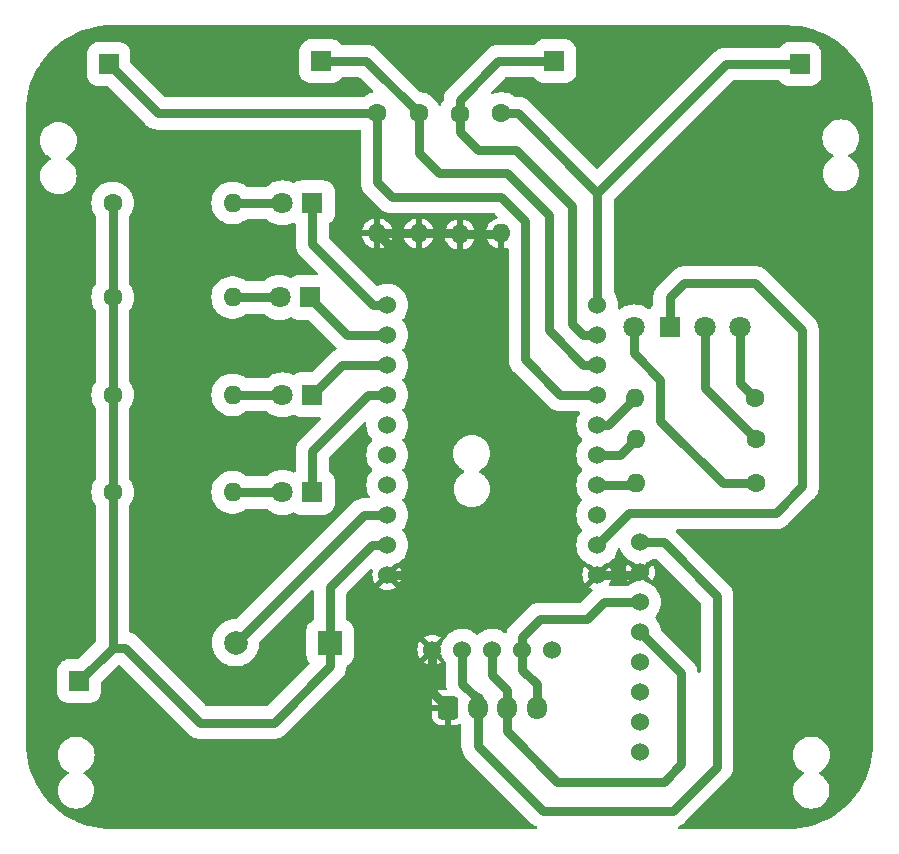
<source format=gbr>
%TF.GenerationSoftware,KiCad,Pcbnew,8.0.5*%
%TF.CreationDate,2024-11-18T10:32:16-03:00*%
%TF.ProjectId,PCB_Luva,5043425f-4c75-4766-912e-6b696361645f,rev?*%
%TF.SameCoordinates,Original*%
%TF.FileFunction,Copper,L2,Bot*%
%TF.FilePolarity,Positive*%
%FSLAX46Y46*%
G04 Gerber Fmt 4.6, Leading zero omitted, Abs format (unit mm)*
G04 Created by KiCad (PCBNEW 8.0.5) date 2024-11-18 10:32:16*
%MOMM*%
%LPD*%
G01*
G04 APERTURE LIST*
G04 Aperture macros list*
%AMRoundRect*
0 Rectangle with rounded corners*
0 $1 Rounding radius*
0 $2 $3 $4 $5 $6 $7 $8 $9 X,Y pos of 4 corners*
0 Add a 4 corners polygon primitive as box body*
4,1,4,$2,$3,$4,$5,$6,$7,$8,$9,$2,$3,0*
0 Add four circle primitives for the rounded corners*
1,1,$1+$1,$2,$3*
1,1,$1+$1,$4,$5*
1,1,$1+$1,$6,$7*
1,1,$1+$1,$8,$9*
0 Add four rect primitives between the rounded corners*
20,1,$1+$1,$2,$3,$4,$5,0*
20,1,$1+$1,$4,$5,$6,$7,0*
20,1,$1+$1,$6,$7,$8,$9,0*
20,1,$1+$1,$8,$9,$2,$3,0*%
G04 Aperture macros list end*
%TA.AperFunction,ComponentPad*%
%ADD10C,1.600000*%
%TD*%
%TA.AperFunction,ComponentPad*%
%ADD11O,1.600000X1.600000*%
%TD*%
%TA.AperFunction,ComponentPad*%
%ADD12R,1.800000X1.800000*%
%TD*%
%TA.AperFunction,ComponentPad*%
%ADD13C,1.800000*%
%TD*%
%TA.AperFunction,ComponentPad*%
%ADD14R,1.700000X1.700000*%
%TD*%
%TA.AperFunction,ComponentPad*%
%ADD15C,1.524000*%
%TD*%
%TA.AperFunction,ComponentPad*%
%ADD16RoundRect,0.250000X-0.600000X-0.725000X0.600000X-0.725000X0.600000X0.725000X-0.600000X0.725000X0*%
%TD*%
%TA.AperFunction,ComponentPad*%
%ADD17O,1.700000X1.950000*%
%TD*%
%TA.AperFunction,ComponentPad*%
%ADD18R,2.000000X2.000000*%
%TD*%
%TA.AperFunction,ComponentPad*%
%ADD19C,2.000000*%
%TD*%
%TA.AperFunction,Conductor*%
%ADD20C,0.760000*%
%TD*%
%TA.AperFunction,Conductor*%
%ADD21C,0.700000*%
%TD*%
%TA.AperFunction,Conductor*%
%ADD22C,1.000000*%
%TD*%
G04 APERTURE END LIST*
D10*
%TO.P,R10,1*%
%TO.N,Vdd*%
X108090000Y-100750000D03*
D11*
%TO.P,R10,2*%
%TO.N,Net-(Led3-A)*%
X118250000Y-100750000D03*
%TD*%
D12*
%TO.P,Led1,1,K*%
%TO.N,P10*%
X125000000Y-84500000D03*
D13*
%TO.P,Led1,2,A*%
%TO.N,Net-(Led1-A)*%
X122460000Y-84500000D03*
%TD*%
D14*
%TO.P,D5,1,Pin_1*%
%TO.N,P07*%
X166250000Y-72750000D03*
%TD*%
%TO.P,D3,1,Pin_1*%
%TO.N,P05*%
X125750000Y-72500000D03*
%TD*%
D10*
%TO.P,R9,1*%
%TO.N,Vdd*%
X108090000Y-92500000D03*
D11*
%TO.P,R9,2*%
%TO.N,Net-(Led2-A)*%
X118250000Y-92500000D03*
%TD*%
D10*
%TO.P,R4,1*%
%TO.N,P07*%
X141000000Y-76920000D03*
D11*
%TO.P,R4,2*%
%TO.N,GND*%
X141000000Y-87080000D03*
%TD*%
D15*
%TO.P,U1,1,P10*%
%TO.N,P10*%
X131345000Y-93130000D03*
%TO.P,U1,2,P11*%
%TO.N,P11*%
X131345000Y-95670000D03*
%TO.P,U1,3,P12*%
%TO.N,P12*%
X131345000Y-98210000D03*
%TO.P,U1,4,P13*%
%TO.N,P13*%
X131345000Y-100750000D03*
%TO.P,U1,5,P14*%
%TO.N,unconnected-(U1-P14-Pad5)*%
X131345000Y-103290000D03*
%TO.P,U1,6,P15*%
%TO.N,unconnected-(U1-P15-Pad6)*%
X131345000Y-105830000D03*
%TO.P,U1,7,P16*%
%TO.N,unconnected-(U1-P16-Pad7)*%
X131345000Y-108370000D03*
%TO.P,U1,8,P17*%
%TO.N,P17*%
X131345000Y-110910000D03*
%TO.P,U1,9,VDD*%
%TO.N,Vdd*%
X131345000Y-113450000D03*
%TO.P,U1,10,GND*%
%TO.N,GND*%
X131345000Y-115990000D03*
%TO.P,U1,11,GND*%
X149125000Y-115990000D03*
%TO.P,U1,12,VDD*%
%TO.N,Vdd*%
X149125000Y-113450000D03*
%TO.P,U1,13,P00*%
%TO.N,unconnected-(U1-P00-Pad13)*%
X149125000Y-110910000D03*
%TO.P,U1,14,P01*%
%TO.N,P01*%
X149125000Y-108370000D03*
%TO.P,U1,15,P02*%
%TO.N,P02*%
X149125000Y-105830000D03*
%TO.P,U1,16,P03*%
%TO.N,P03*%
X149125000Y-103290000D03*
%TO.P,U1,17,P04*%
%TO.N,P04*%
X149125000Y-100750000D03*
%TO.P,U1,18,P05*%
%TO.N,P05*%
X149125000Y-98210000D03*
%TO.P,U1,19,P06*%
%TO.N,P06*%
X149125000Y-95670000D03*
%TO.P,U1,20,P07*%
%TO.N,P07*%
X149125000Y-93130000D03*
%TO.P,U1,C1,GND*%
%TO.N,GND*%
X135155000Y-122340000D03*
%TO.P,U1,C2,VCC*%
%TO.N,Vcc*%
X137695000Y-122340000D03*
%TO.P,U1,C3,SDA*%
%TO.N,SDA*%
X140235000Y-122340000D03*
%TO.P,U1,C4,SCL*%
%TO.N,SCL*%
X142775000Y-122340000D03*
%TO.P,U1,C5,/INT*%
%TO.N,unconnected-(U1-{slash}INT-PadC5)*%
X145315000Y-122340000D03*
%TD*%
D14*
%TO.P,D2,1,Pin_1*%
%TO.N,P04*%
X107750000Y-72750000D03*
%TD*%
D12*
%TO.P,Led2,1,K*%
%TO.N,P11*%
X124775000Y-92500000D03*
D13*
%TO.P,Led2,2,A*%
%TO.N,Net-(Led2-A)*%
X122235000Y-92500000D03*
%TD*%
D10*
%TO.P,R7,1*%
%TO.N,Net-(LED_RGB1-RK)*%
X162580000Y-108250000D03*
D11*
%TO.P,R7,2*%
%TO.N,P01*%
X152420000Y-108250000D03*
%TD*%
D14*
%TO.P,D4,1,Pin_1*%
%TO.N,P06*%
X145500000Y-72500000D03*
%TD*%
D10*
%TO.P,R1,1*%
%TO.N,P04*%
X130500000Y-76920000D03*
D11*
%TO.P,R1,2*%
%TO.N,GND*%
X130500000Y-87080000D03*
%TD*%
D10*
%TO.P,R6,1*%
%TO.N,Net-(LED_RGB1-GK)*%
X162580000Y-104500000D03*
D11*
%TO.P,R6,2*%
%TO.N,P02*%
X152420000Y-104500000D03*
%TD*%
D16*
%TO.P,J2,1,Pin_1*%
%TO.N,GND*%
X136500000Y-127250000D03*
D17*
%TO.P,J2,2,Pin_2*%
%TO.N,Vcc*%
X139000000Y-127250000D03*
%TO.P,J2,3,Pin_3*%
%TO.N,SDA*%
X141500000Y-127250000D03*
%TO.P,J2,4,Pin_4*%
%TO.N,SCL*%
X144000000Y-127250000D03*
%TD*%
D10*
%TO.P,R5,1*%
%TO.N,Net-(LED_RGB1-BK)*%
X162500000Y-101000000D03*
D11*
%TO.P,R5,2*%
%TO.N,P03*%
X152340000Y-101000000D03*
%TD*%
D12*
%TO.P,Led4,1,K*%
%TO.N,P13*%
X125000000Y-109000000D03*
D13*
%TO.P,Led4,2,A*%
%TO.N,Net-(Led4-A)*%
X122460000Y-109000000D03*
%TD*%
D12*
%TO.P,LED_RGB1,1,A*%
%TO.N,Vdd*%
X155250000Y-95000000D03*
D13*
%TO.P,LED_RGB1,2,RK*%
%TO.N,Net-(LED_RGB1-RK)*%
X152250000Y-95000000D03*
%TO.P,LED_RGB1,3,GK*%
%TO.N,Net-(LED_RGB1-GK)*%
X158250000Y-95000000D03*
%TO.P,LED_RGB1,4,BK*%
%TO.N,Net-(LED_RGB1-BK)*%
X161250000Y-95000000D03*
%TD*%
D10*
%TO.P,R3,1*%
%TO.N,P06*%
X137500000Y-77000000D03*
D11*
%TO.P,R3,2*%
%TO.N,GND*%
X137500000Y-87160000D03*
%TD*%
D18*
%TO.P,BZ1,1,+*%
%TO.N,Vdd*%
X126500000Y-121750000D03*
D19*
%TO.P,BZ1,2,-*%
%TO.N,P17*%
X118500000Y-121750000D03*
%TD*%
D10*
%TO.P,R2,1*%
%TO.N,P05*%
X134000000Y-76920000D03*
D11*
%TO.P,R2,2*%
%TO.N,GND*%
X134000000Y-87080000D03*
%TD*%
D10*
%TO.P,R8,1*%
%TO.N,Vdd*%
X108090000Y-84500000D03*
D11*
%TO.P,R8,2*%
%TO.N,Net-(Led1-A)*%
X118250000Y-84500000D03*
%TD*%
D12*
%TO.P,Led3,1,K*%
%TO.N,P12*%
X125000000Y-100750000D03*
D13*
%TO.P,Led3,2,A*%
%TO.N,Net-(Led3-A)*%
X122460000Y-100750000D03*
%TD*%
D14*
%TO.P,D1,1,Pin_1*%
%TO.N,Vdd*%
X105250000Y-125000000D03*
%TD*%
D15*
%TO.P,U2,1,VCC*%
%TO.N,Vcc*%
X152765000Y-113237000D03*
%TO.P,U2,2,GND*%
%TO.N,GND*%
X152765000Y-115777000D03*
%TO.P,U2,3,SCL*%
%TO.N,SCL*%
X152765000Y-118317000D03*
%TO.P,U2,4,SDA*%
%TO.N,SDA*%
X152765000Y-120857000D03*
%TO.P,U2,5,XDA*%
%TO.N,unconnected-(U2-XDA-Pad5)*%
X152765000Y-123397000D03*
%TO.P,U2,6,XCL*%
%TO.N,unconnected-(U2-XCL-Pad6)*%
X152765000Y-125937000D03*
%TO.P,U2,7,ADD*%
%TO.N,unconnected-(U2-ADD-Pad7)*%
X152765000Y-128477000D03*
%TO.P,U2,8,INT*%
%TO.N,unconnected-(U2-INT-Pad8)*%
X152765000Y-131017000D03*
%TD*%
D10*
%TO.P,R11,1*%
%TO.N,Vdd*%
X108090000Y-109000000D03*
D11*
%TO.P,R11,2*%
%TO.N,Net-(Led4-A)*%
X118250000Y-109000000D03*
%TD*%
D20*
%TO.N,Vdd*%
X155250000Y-92500000D02*
X155250000Y-95000000D01*
X121750000Y-128500000D02*
X126500000Y-123750000D01*
X126500000Y-121750000D02*
X126500000Y-117000000D01*
X166500000Y-108500000D02*
X166500000Y-95250000D01*
X108090000Y-84500000D02*
X108090000Y-92500000D01*
X156500000Y-91250000D02*
X155250000Y-92500000D01*
X115500000Y-128500000D02*
X121750000Y-128500000D01*
X162500000Y-91250000D02*
X156500000Y-91250000D01*
X151825000Y-110750000D02*
X164250000Y-110750000D01*
X108090000Y-100750000D02*
X108090000Y-109000000D01*
X164250000Y-110750000D02*
X166500000Y-108500000D01*
X126500000Y-117000000D02*
X130050000Y-113450000D01*
X126500000Y-123750000D02*
X126500000Y-121750000D01*
X108090000Y-92500000D02*
X108090000Y-100750000D01*
X108090000Y-122160000D02*
X105250000Y-125000000D01*
X108090000Y-122160000D02*
X109160000Y-122160000D01*
X109160000Y-122160000D02*
X115500000Y-128500000D01*
X108090000Y-109000000D02*
X108090000Y-122160000D01*
X130050000Y-113450000D02*
X131345000Y-113450000D01*
X166500000Y-95250000D02*
X162500000Y-91250000D01*
X149125000Y-113450000D02*
X151825000Y-110750000D01*
%TO.N,P07*%
X149125000Y-83625000D02*
X149125000Y-93130000D01*
X160000000Y-72750000D02*
X149125000Y-83625000D01*
D21*
X141000000Y-76920000D02*
X141000000Y-76500000D01*
D20*
X166250000Y-72750000D02*
X160000000Y-72750000D01*
X142420000Y-76920000D02*
X149125000Y-83625000D01*
X141000000Y-76920000D02*
X142420000Y-76920000D01*
%TO.N,P06*%
X147000000Y-94750000D02*
X147920000Y-95670000D01*
X147000000Y-84750000D02*
X147000000Y-94750000D01*
X137500000Y-77000000D02*
X137500000Y-78500000D01*
X145500000Y-72500000D02*
X140750000Y-72500000D01*
X147920000Y-95670000D02*
X149125000Y-95670000D01*
X137500000Y-78500000D02*
X139000000Y-80000000D01*
X139000000Y-80000000D02*
X142250000Y-80000000D01*
X140750000Y-72500000D02*
X137500000Y-75750000D01*
X137500000Y-75750000D02*
X137500000Y-77000000D01*
X142250000Y-80000000D02*
X147000000Y-84750000D01*
%TO.N,P05*%
X145000000Y-95250000D02*
X147960000Y-98210000D01*
X141500000Y-82000000D02*
X145000000Y-85500000D01*
X129580000Y-72500000D02*
X134000000Y-76920000D01*
X125750000Y-72500000D02*
X129580000Y-72500000D01*
X145000000Y-85500000D02*
X145000000Y-95250000D01*
X134000000Y-76920000D02*
X134000000Y-80250000D01*
X147960000Y-98210000D02*
X149125000Y-98210000D01*
X134000000Y-80250000D02*
X135750000Y-82000000D01*
X135750000Y-82000000D02*
X141500000Y-82000000D01*
%TO.N,P04*%
X130500000Y-82750000D02*
X131750000Y-84000000D01*
X107750000Y-72750000D02*
X111920000Y-76920000D01*
X141000000Y-84000000D02*
X143000000Y-86000000D01*
X130500000Y-76920000D02*
X130500000Y-82750000D01*
X146000000Y-100750000D02*
X149125000Y-100750000D01*
X143000000Y-86000000D02*
X143000000Y-97750000D01*
X131750000Y-84000000D02*
X141000000Y-84000000D01*
X143000000Y-97750000D02*
X146000000Y-100750000D01*
X111920000Y-76920000D02*
X130500000Y-76920000D01*
%TO.N,SDA*%
X154750000Y-133500000D02*
X156250000Y-132000000D01*
X145750000Y-133500000D02*
X154750000Y-133500000D01*
X140235000Y-124485000D02*
X141500000Y-125750000D01*
X156250000Y-132000000D02*
X156250000Y-124342000D01*
X140235000Y-122340000D02*
X140235000Y-124485000D01*
X156250000Y-124342000D02*
X152765000Y-120857000D01*
X141500000Y-125750000D02*
X141500000Y-127250000D01*
X141500000Y-127250000D02*
X141500000Y-129250000D01*
X141500000Y-129250000D02*
X145750000Y-133500000D01*
%TO.N,SCL*%
X142775000Y-121225000D02*
X142775000Y-122340000D01*
X148250000Y-119750000D02*
X144250000Y-119750000D01*
X142775000Y-124025000D02*
X144000000Y-125250000D01*
D22*
X144000000Y-127250000D02*
X144000000Y-127082000D01*
D20*
X144000000Y-125250000D02*
X144000000Y-127250000D01*
X149683000Y-118317000D02*
X148250000Y-119750000D01*
X142775000Y-122340000D02*
X142775000Y-124025000D01*
X144250000Y-119750000D02*
X142775000Y-121225000D01*
X152765000Y-118317000D02*
X149683000Y-118317000D01*
D22*
%TO.N,GND*%
X137420000Y-87080000D02*
X137500000Y-87160000D01*
X140920000Y-87160000D02*
X141000000Y-87080000D01*
D20*
X149125000Y-115990000D02*
X152552000Y-115990000D01*
X130500000Y-87080000D02*
X134500000Y-91080000D01*
X137500000Y-87160000D02*
X140920000Y-87160000D01*
X134500000Y-114250000D02*
X132760000Y-115990000D01*
X130500000Y-87080000D02*
X134000000Y-87080000D01*
X132760000Y-115990000D02*
X131345000Y-115990000D01*
X135155000Y-122340000D02*
X135155000Y-125905000D01*
X134000000Y-87080000D02*
X137420000Y-87080000D01*
D22*
X152552000Y-115990000D02*
X152765000Y-115777000D01*
D20*
X134500000Y-91080000D02*
X134500000Y-114250000D01*
X135155000Y-125905000D02*
X136500000Y-127250000D01*
%TO.N,Vcc*%
X139000000Y-130500000D02*
X139000000Y-127250000D01*
X155500000Y-136000000D02*
X144500000Y-136000000D01*
X159250000Y-117750000D02*
X159250000Y-132250000D01*
X159250000Y-132250000D02*
X155500000Y-136000000D01*
X137695000Y-125195000D02*
X139000000Y-126500000D01*
X137695000Y-122340000D02*
X137695000Y-125195000D01*
X152765000Y-113237000D02*
X154737000Y-113237000D01*
X154737000Y-113237000D02*
X159250000Y-117750000D01*
D22*
X139000000Y-126500000D02*
X139000000Y-127250000D01*
D20*
X144500000Y-136000000D02*
X139000000Y-130500000D01*
%TO.N,Net-(Led1-A)*%
X118250000Y-84500000D02*
X122460000Y-84500000D01*
%TO.N,P10*%
X130130000Y-93130000D02*
X131345000Y-93130000D01*
X125000000Y-84500000D02*
X125000000Y-88000000D01*
X125000000Y-88000000D02*
X130130000Y-93130000D01*
%TO.N,Net-(Led2-A)*%
X118250000Y-92500000D02*
X122235000Y-92500000D01*
%TO.N,P11*%
X124775000Y-92500000D02*
X124775000Y-92525000D01*
X124775000Y-92525000D02*
X127920000Y-95670000D01*
X127920000Y-95670000D02*
X131345000Y-95670000D01*
%TO.N,Net-(Led3-A)*%
X118250000Y-100750000D02*
X122460000Y-100750000D01*
%TO.N,P12*%
X131345000Y-98210000D02*
X127540000Y-98210000D01*
X127540000Y-98210000D02*
X125000000Y-100750000D01*
%TO.N,P13*%
X125000000Y-105500000D02*
X129750000Y-100750000D01*
X125000000Y-109000000D02*
X125000000Y-105500000D01*
X129750000Y-100750000D02*
X131345000Y-100750000D01*
%TO.N,Net-(Led4-A)*%
X118250000Y-109000000D02*
X122460000Y-109000000D01*
%TO.N,Net-(LED_RGB1-RK)*%
X152250000Y-97250000D02*
X154460000Y-99460000D01*
X152250000Y-95000000D02*
X152250000Y-97250000D01*
X159750000Y-108250000D02*
X162580000Y-108250000D01*
X154460000Y-99460000D02*
X154460000Y-102960000D01*
X154460000Y-102960000D02*
X159750000Y-108250000D01*
%TO.N,Net-(LED_RGB1-BK)*%
X161250000Y-95000000D02*
X161250000Y-99750000D01*
X161250000Y-99750000D02*
X162500000Y-101000000D01*
%TO.N,Net-(LED_RGB1-GK)*%
X158250000Y-95000000D02*
X158250000Y-100170000D01*
X158250000Y-100170000D02*
X162580000Y-104500000D01*
%TO.N,P03*%
X150050000Y-103290000D02*
X152340000Y-101000000D01*
X149125000Y-103290000D02*
X150050000Y-103290000D01*
%TO.N,P02*%
X149125000Y-105830000D02*
X151090000Y-105830000D01*
X151090000Y-105830000D02*
X152420000Y-104500000D01*
%TO.N,P01*%
X149125000Y-108370000D02*
X152300000Y-108370000D01*
D22*
X152300000Y-108370000D02*
X152420000Y-108250000D01*
D20*
%TO.N,P17*%
X131345000Y-110910000D02*
X129340000Y-110910000D01*
X129340000Y-110910000D02*
X118500000Y-121750000D01*
%TD*%
%TA.AperFunction,Conductor*%
%TO.N,GND*%
G36*
X165147588Y-69472288D02*
G01*
X165148138Y-69472326D01*
X165155932Y-69472326D01*
X165219610Y-69472326D01*
X165224035Y-69472404D01*
X165736591Y-69490712D01*
X165745412Y-69491343D01*
X166253136Y-69545931D01*
X166261881Y-69547187D01*
X166764470Y-69637866D01*
X166773072Y-69639738D01*
X167267902Y-69766038D01*
X167276374Y-69768526D01*
X167685512Y-69904701D01*
X167760895Y-69929791D01*
X167769187Y-69932883D01*
X168240994Y-70128313D01*
X168249011Y-70131974D01*
X168705674Y-70360565D01*
X168713438Y-70364804D01*
X169152619Y-70625383D01*
X169160065Y-70630169D01*
X169579525Y-70921407D01*
X169586611Y-70926712D01*
X169635475Y-70966089D01*
X169951351Y-71220640D01*
X169984216Y-71247124D01*
X169990906Y-71252920D01*
X170364659Y-71600898D01*
X170370918Y-71607157D01*
X170478386Y-71722586D01*
X170692646Y-71952718D01*
X170718887Y-71980902D01*
X170724684Y-71987592D01*
X171045108Y-72385216D01*
X171050412Y-72392302D01*
X171341647Y-72811760D01*
X171346430Y-72819202D01*
X171592543Y-73234006D01*
X171607003Y-73258376D01*
X171611245Y-73266145D01*
X171839826Y-73722794D01*
X171843503Y-73730845D01*
X172038924Y-74202633D01*
X172042017Y-74210927D01*
X172203278Y-74695441D01*
X172205772Y-74703934D01*
X172332060Y-75198724D01*
X172333942Y-75207373D01*
X172424611Y-75709919D01*
X172425871Y-75718681D01*
X172480458Y-76226421D01*
X172481089Y-76235250D01*
X172499421Y-76748520D01*
X172499500Y-76752946D01*
X172499500Y-130247785D01*
X172499421Y-130252211D01*
X172481115Y-130764751D01*
X172480484Y-130773580D01*
X172425897Y-131281322D01*
X172424637Y-131290084D01*
X172333967Y-131792631D01*
X172332085Y-131801280D01*
X172205797Y-132296073D01*
X172203303Y-132304566D01*
X172042041Y-132789081D01*
X172038948Y-132797375D01*
X171843527Y-133269165D01*
X171839850Y-133277216D01*
X171611268Y-133733867D01*
X171607026Y-133741636D01*
X171346455Y-134180806D01*
X171341669Y-134188253D01*
X171050433Y-134607712D01*
X171045129Y-134614798D01*
X170724704Y-135012424D01*
X170718907Y-135019114D01*
X170370937Y-135392860D01*
X170364678Y-135399119D01*
X169990923Y-135747099D01*
X169984233Y-135752895D01*
X169586627Y-136073307D01*
X169579541Y-136078612D01*
X169160079Y-136369851D01*
X169152633Y-136374637D01*
X168713451Y-136635217D01*
X168705682Y-136639459D01*
X168249039Y-136868040D01*
X168240987Y-136871717D01*
X167769198Y-137067139D01*
X167760904Y-137070232D01*
X167276388Y-137231496D01*
X167267895Y-137233990D01*
X166773104Y-137360280D01*
X166764455Y-137362162D01*
X166261895Y-137452835D01*
X166253133Y-137454094D01*
X165745416Y-137508681D01*
X165736587Y-137509313D01*
X165224764Y-137527595D01*
X165220338Y-137527674D01*
X156048600Y-137527674D01*
X155981561Y-137507989D01*
X155935806Y-137455185D01*
X155925862Y-137386027D01*
X155954887Y-137322471D01*
X156010280Y-137285743D01*
X156029928Y-137279360D01*
X156223540Y-137180710D01*
X156399336Y-137052987D01*
X156552987Y-136899336D01*
X156552988Y-136899334D01*
X156560048Y-136892274D01*
X156560054Y-136892267D01*
X160142267Y-133310054D01*
X160142274Y-133310048D01*
X160149334Y-133302988D01*
X160149336Y-133302987D01*
X160302987Y-133149336D01*
X160430710Y-132973540D01*
X160529360Y-132779928D01*
X160596508Y-132573268D01*
X160630501Y-132358648D01*
X160630501Y-132141352D01*
X160630501Y-132136951D01*
X160630500Y-132136936D01*
X160630500Y-131250000D01*
X165684013Y-131250000D01*
X165703293Y-131494977D01*
X165760657Y-131733917D01*
X165854694Y-131960943D01*
X165983086Y-132170458D01*
X165983087Y-132170461D01*
X165983090Y-132170464D01*
X166142680Y-132357320D01*
X166287324Y-132480858D01*
X166329538Y-132516912D01*
X166329541Y-132516913D01*
X166539054Y-132645304D01*
X166554283Y-132651612D01*
X166608686Y-132695454D01*
X166630750Y-132761748D01*
X166613470Y-132829448D01*
X166562332Y-132877057D01*
X166554286Y-132880732D01*
X166552670Y-132881401D01*
X166552666Y-132881403D01*
X166347159Y-133007337D01*
X166347157Y-133007338D01*
X166163876Y-133163876D01*
X166007338Y-133347157D01*
X166007337Y-133347159D01*
X165881403Y-133552666D01*
X165881401Y-133552669D01*
X165789165Y-133775348D01*
X165732900Y-134009711D01*
X165713989Y-134250000D01*
X165732900Y-134490288D01*
X165789165Y-134724651D01*
X165881401Y-134947330D01*
X165881403Y-134947333D01*
X166007337Y-135152840D01*
X166007338Y-135152842D01*
X166007341Y-135152845D01*
X166163876Y-135336124D01*
X166237613Y-135399101D01*
X166347157Y-135492661D01*
X166347159Y-135492662D01*
X166552666Y-135618596D01*
X166552669Y-135618598D01*
X166775348Y-135710834D01*
X166993088Y-135763108D01*
X167009715Y-135767100D01*
X167250000Y-135786011D01*
X167490285Y-135767100D01*
X167607469Y-135738966D01*
X167724651Y-135710834D01*
X167724652Y-135710833D01*
X167724654Y-135710833D01*
X167816887Y-135672628D01*
X167947330Y-135618598D01*
X167947331Y-135618597D01*
X167947334Y-135618596D01*
X168152845Y-135492659D01*
X168336124Y-135336124D01*
X168492659Y-135152845D01*
X168618596Y-134947334D01*
X168710833Y-134724654D01*
X168714536Y-134709232D01*
X168767099Y-134490288D01*
X168767100Y-134490285D01*
X168786011Y-134250000D01*
X168767100Y-134009715D01*
X168734767Y-133875038D01*
X168710834Y-133775348D01*
X168618598Y-133552669D01*
X168618596Y-133552666D01*
X168492662Y-133347159D01*
X168492661Y-133347157D01*
X168426040Y-133269154D01*
X168336124Y-133163876D01*
X168214949Y-133060383D01*
X168152842Y-133007338D01*
X168152840Y-133007337D01*
X167947333Y-132881403D01*
X167945720Y-132880735D01*
X167945200Y-132880316D01*
X167942990Y-132879190D01*
X167943226Y-132878725D01*
X167891315Y-132836895D01*
X167869249Y-132770602D01*
X167886527Y-132702902D01*
X167937663Y-132655290D01*
X167945718Y-132651612D01*
X167956634Y-132647089D01*
X167960943Y-132645305D01*
X168170464Y-132516910D01*
X168357320Y-132357320D01*
X168516910Y-132170464D01*
X168645305Y-131960943D01*
X168739342Y-131733917D01*
X168796707Y-131494974D01*
X168815987Y-131250000D01*
X168796707Y-131005026D01*
X168741142Y-130773580D01*
X168739342Y-130766082D01*
X168645305Y-130539056D01*
X168516913Y-130329541D01*
X168516912Y-130329538D01*
X168446463Y-130247053D01*
X168357320Y-130142680D01*
X168215277Y-130021364D01*
X168170461Y-129983087D01*
X168170458Y-129983086D01*
X167960943Y-129854694D01*
X167733917Y-129760657D01*
X167494977Y-129703293D01*
X167250000Y-129684013D01*
X167005022Y-129703293D01*
X166766082Y-129760657D01*
X166539056Y-129854694D01*
X166329541Y-129983086D01*
X166329538Y-129983087D01*
X166142680Y-130142680D01*
X165983087Y-130329538D01*
X165983086Y-130329541D01*
X165854694Y-130539056D01*
X165760657Y-130766082D01*
X165703293Y-131005022D01*
X165684013Y-131250000D01*
X160630500Y-131250000D01*
X160630500Y-117863783D01*
X160630501Y-117863758D01*
X160630501Y-117641352D01*
X160616054Y-117550137D01*
X160596508Y-117426732D01*
X160529360Y-117220072D01*
X160430710Y-117026460D01*
X160390047Y-116970492D01*
X160302987Y-116850664D01*
X160149336Y-116697013D01*
X160149335Y-116697012D01*
X160146224Y-116693901D01*
X160146209Y-116693887D01*
X155794503Y-112342181D01*
X155761018Y-112280858D01*
X155766002Y-112211166D01*
X155807874Y-112155233D01*
X155873338Y-112130816D01*
X155882184Y-112130500D01*
X164136217Y-112130500D01*
X164136241Y-112130501D01*
X164141352Y-112130501D01*
X164358647Y-112130501D01*
X164358648Y-112130501D01*
X164573268Y-112096508D01*
X164779928Y-112029360D01*
X164973540Y-111930710D01*
X165030237Y-111889517D01*
X165149336Y-111802987D01*
X165302987Y-111649336D01*
X165302988Y-111649334D01*
X165310048Y-111642274D01*
X165310054Y-111642267D01*
X167392267Y-109560054D01*
X167392274Y-109560048D01*
X167399334Y-109552988D01*
X167399336Y-109552987D01*
X167552987Y-109399336D01*
X167680710Y-109223540D01*
X167779360Y-109029928D01*
X167846508Y-108823268D01*
X167861464Y-108728840D01*
X167880501Y-108608647D01*
X167880501Y-108391352D01*
X167880501Y-108386951D01*
X167880500Y-108386936D01*
X167880500Y-95363782D01*
X167880501Y-95363757D01*
X167880501Y-95141352D01*
X167846508Y-94926732D01*
X167846507Y-94926728D01*
X167846507Y-94926727D01*
X167779361Y-94720073D01*
X167756071Y-94674364D01*
X167680710Y-94526460D01*
X167645126Y-94477483D01*
X167552987Y-94350664D01*
X167399336Y-94197013D01*
X167399335Y-94197012D01*
X167396231Y-94193908D01*
X167396202Y-94193881D01*
X163557327Y-90355005D01*
X163557318Y-90354995D01*
X163552987Y-90350664D01*
X163399336Y-90197013D01*
X163223540Y-90069290D01*
X163029928Y-89970640D01*
X162823268Y-89903492D01*
X162823266Y-89903491D01*
X162823264Y-89903491D01*
X162673414Y-89879757D01*
X162608648Y-89869499D01*
X162391352Y-89869499D01*
X162386241Y-89869499D01*
X162386217Y-89869500D01*
X156613783Y-89869500D01*
X156613759Y-89869499D01*
X156608648Y-89869499D01*
X156391352Y-89869499D01*
X156341599Y-89877379D01*
X156176735Y-89903491D01*
X156176734Y-89903491D01*
X155970069Y-89970641D01*
X155776459Y-90069290D01*
X155600661Y-90197015D01*
X154197015Y-91600661D01*
X154197010Y-91600667D01*
X154095945Y-91739771D01*
X154095945Y-91739772D01*
X154069290Y-91776460D01*
X154069288Y-91776463D01*
X153970641Y-91970069D01*
X153903491Y-92176734D01*
X153903491Y-92176735D01*
X153869499Y-92391352D01*
X153869499Y-92613758D01*
X153869500Y-92613783D01*
X153869500Y-93147092D01*
X153849815Y-93214131D01*
X153802916Y-93256998D01*
X153796596Y-93260299D01*
X153638890Y-93388890D01*
X153573916Y-93468576D01*
X153516295Y-93508093D01*
X153446457Y-93510185D01*
X153403504Y-93489482D01*
X153280115Y-93397114D01*
X153280107Y-93397109D01*
X153041518Y-93266830D01*
X153041519Y-93266830D01*
X152991920Y-93248330D01*
X152786801Y-93171825D01*
X152786794Y-93171823D01*
X152786793Y-93171823D01*
X152521167Y-93114040D01*
X152521160Y-93114039D01*
X152250001Y-93094645D01*
X152249999Y-93094645D01*
X151978839Y-93114039D01*
X151978832Y-93114040D01*
X151713206Y-93171823D01*
X151713202Y-93171824D01*
X151713199Y-93171825D01*
X151614843Y-93208510D01*
X151458480Y-93266830D01*
X151219892Y-93397109D01*
X151219884Y-93397114D01*
X151069894Y-93509396D01*
X151004430Y-93533813D01*
X150936157Y-93518961D01*
X150886752Y-93469556D01*
X150871900Y-93401283D01*
X150872555Y-93395377D01*
X150892442Y-93130004D01*
X150892442Y-93129995D01*
X150872701Y-92866577D01*
X150872701Y-92866575D01*
X150815003Y-92613783D01*
X150813920Y-92609037D01*
X150717410Y-92363136D01*
X150585329Y-92134364D01*
X150532552Y-92068184D01*
X150506144Y-92003498D01*
X150505500Y-91990872D01*
X150505500Y-84248184D01*
X150525185Y-84181145D01*
X150541819Y-84160503D01*
X155702322Y-79000000D01*
X168184013Y-79000000D01*
X168203293Y-79244977D01*
X168260657Y-79483917D01*
X168354694Y-79710943D01*
X168483086Y-79920458D01*
X168483087Y-79920461D01*
X168483090Y-79920464D01*
X168642680Y-80107320D01*
X168787324Y-80230858D01*
X168829538Y-80266912D01*
X168829541Y-80266913D01*
X169039054Y-80395304D01*
X169054283Y-80401612D01*
X169108686Y-80445454D01*
X169130750Y-80511748D01*
X169113470Y-80579448D01*
X169062332Y-80627057D01*
X169054286Y-80630732D01*
X169052670Y-80631401D01*
X169052666Y-80631403D01*
X168847159Y-80757337D01*
X168847157Y-80757338D01*
X168663876Y-80913876D01*
X168507338Y-81097157D01*
X168507337Y-81097159D01*
X168381403Y-81302666D01*
X168381401Y-81302669D01*
X168289165Y-81525348D01*
X168232900Y-81759711D01*
X168213989Y-82000000D01*
X168232900Y-82240288D01*
X168289165Y-82474651D01*
X168381401Y-82697330D01*
X168381403Y-82697333D01*
X168507337Y-82902840D01*
X168507338Y-82902842D01*
X168535956Y-82936349D01*
X168663876Y-83086124D01*
X168805752Y-83207297D01*
X168847157Y-83242661D01*
X168847159Y-83242662D01*
X169052666Y-83368596D01*
X169052669Y-83368598D01*
X169275348Y-83460834D01*
X169493088Y-83513108D01*
X169509715Y-83517100D01*
X169750000Y-83536011D01*
X169990285Y-83517100D01*
X170171726Y-83473540D01*
X170224651Y-83460834D01*
X170224652Y-83460833D01*
X170224654Y-83460833D01*
X170317000Y-83422582D01*
X170447330Y-83368598D01*
X170447331Y-83368597D01*
X170447334Y-83368596D01*
X170652845Y-83242659D01*
X170836124Y-83086124D01*
X170992659Y-82902845D01*
X171118596Y-82697334D01*
X171131538Y-82666091D01*
X171210834Y-82474651D01*
X171267099Y-82240288D01*
X171267100Y-82240285D01*
X171286011Y-82000000D01*
X171267100Y-81759715D01*
X171225154Y-81584996D01*
X171210834Y-81525348D01*
X171118598Y-81302669D01*
X171118596Y-81302666D01*
X170992662Y-81097159D01*
X170992661Y-81097157D01*
X170889665Y-80976565D01*
X170836124Y-80913876D01*
X170709957Y-80806119D01*
X170652842Y-80757338D01*
X170652840Y-80757337D01*
X170447333Y-80631403D01*
X170445720Y-80630735D01*
X170445200Y-80630316D01*
X170442990Y-80629190D01*
X170443226Y-80628725D01*
X170391315Y-80586895D01*
X170369249Y-80520602D01*
X170386527Y-80452902D01*
X170437663Y-80405290D01*
X170445718Y-80401612D01*
X170456634Y-80397089D01*
X170460943Y-80395305D01*
X170670464Y-80266910D01*
X170857320Y-80107320D01*
X171016910Y-79920464D01*
X171145305Y-79710943D01*
X171239342Y-79483917D01*
X171296707Y-79244974D01*
X171315987Y-79000000D01*
X171296707Y-78755026D01*
X171239342Y-78516083D01*
X171236111Y-78508281D01*
X171145305Y-78289056D01*
X171016913Y-78079541D01*
X171016912Y-78079538D01*
X170963586Y-78017102D01*
X170857320Y-77892680D01*
X170733780Y-77787167D01*
X170670461Y-77733087D01*
X170670458Y-77733086D01*
X170460943Y-77604694D01*
X170233917Y-77510657D01*
X169994977Y-77453293D01*
X169750000Y-77434013D01*
X169505022Y-77453293D01*
X169266082Y-77510657D01*
X169039056Y-77604694D01*
X168829541Y-77733086D01*
X168829538Y-77733087D01*
X168642680Y-77892680D01*
X168483087Y-78079538D01*
X168483086Y-78079541D01*
X168354694Y-78289056D01*
X168260657Y-78516082D01*
X168203293Y-78755022D01*
X168184013Y-79000000D01*
X155702322Y-79000000D01*
X160535503Y-74166819D01*
X160596826Y-74133334D01*
X160623184Y-74130500D01*
X164482736Y-74130500D01*
X164549775Y-74150185D01*
X164578838Y-74176140D01*
X164688888Y-74311107D01*
X164724182Y-74339885D01*
X164846593Y-74439698D01*
X165026951Y-74533909D01*
X165222582Y-74589886D01*
X165341963Y-74600500D01*
X167158036Y-74600499D01*
X167277418Y-74589886D01*
X167473049Y-74533909D01*
X167653407Y-74439698D01*
X167811109Y-74311109D01*
X167939698Y-74153407D01*
X168033909Y-73973049D01*
X168089886Y-73777418D01*
X168100500Y-73658037D01*
X168100499Y-71841964D01*
X168089886Y-71722582D01*
X168033909Y-71526951D01*
X167939698Y-71346593D01*
X167863318Y-71252920D01*
X167811109Y-71188890D01*
X167687057Y-71087740D01*
X167653407Y-71060302D01*
X167473049Y-70966091D01*
X167473048Y-70966090D01*
X167473045Y-70966089D01*
X167335425Y-70926712D01*
X167277418Y-70910114D01*
X167277415Y-70910113D01*
X167277413Y-70910113D01*
X167211102Y-70904217D01*
X167158037Y-70899500D01*
X167158032Y-70899500D01*
X165341971Y-70899500D01*
X165341965Y-70899500D01*
X165341964Y-70899501D01*
X165330316Y-70900536D01*
X165222584Y-70910113D01*
X165026954Y-70966089D01*
X164936772Y-71013196D01*
X164846593Y-71060302D01*
X164846591Y-71060303D01*
X164846590Y-71060304D01*
X164688888Y-71188892D01*
X164578838Y-71323860D01*
X164521217Y-71363378D01*
X164482736Y-71369500D01*
X159891347Y-71369500D01*
X159676731Y-71403491D01*
X159470067Y-71470641D01*
X159276459Y-71569290D01*
X159100661Y-71697015D01*
X158947010Y-71850667D01*
X149212680Y-81584996D01*
X149151357Y-81618481D01*
X149081665Y-81613497D01*
X149037318Y-81584996D01*
X143477327Y-76025005D01*
X143477318Y-76024995D01*
X143435221Y-75982898D01*
X143319336Y-75867013D01*
X143143540Y-75739290D01*
X142949928Y-75640640D01*
X142743268Y-75573492D01*
X142743266Y-75573491D01*
X142743264Y-75573491D01*
X142593414Y-75549757D01*
X142528648Y-75539499D01*
X142311352Y-75539499D01*
X142306241Y-75539499D01*
X142306217Y-75539500D01*
X142207964Y-75539500D01*
X142140925Y-75519815D01*
X142129571Y-75511012D01*
X142129374Y-75511261D01*
X142125754Y-75508375D01*
X142125745Y-75508369D01*
X142125741Y-75508365D01*
X141902775Y-75356349D01*
X141902769Y-75356346D01*
X141902768Y-75356345D01*
X141902767Y-75356344D01*
X141659643Y-75239263D01*
X141659645Y-75239263D01*
X141401773Y-75159720D01*
X141401767Y-75159718D01*
X141134936Y-75119500D01*
X141134929Y-75119500D01*
X140865071Y-75119500D01*
X140865063Y-75119500D01*
X140598232Y-75159718D01*
X140598226Y-75159720D01*
X140340358Y-75239262D01*
X140270113Y-75273090D01*
X140201172Y-75284441D01*
X140137038Y-75256718D01*
X140098073Y-75198722D01*
X140096648Y-75128867D01*
X140128629Y-75073691D01*
X141285503Y-73916819D01*
X141346826Y-73883334D01*
X141373184Y-73880500D01*
X143732736Y-73880500D01*
X143799775Y-73900185D01*
X143828838Y-73926140D01*
X143938888Y-74061107D01*
X144009251Y-74118480D01*
X144096593Y-74189698D01*
X144276951Y-74283909D01*
X144472582Y-74339886D01*
X144591963Y-74350500D01*
X146408036Y-74350499D01*
X146527418Y-74339886D01*
X146723049Y-74283909D01*
X146903407Y-74189698D01*
X147061109Y-74061109D01*
X147189698Y-73903407D01*
X147283909Y-73723049D01*
X147339886Y-73527418D01*
X147350500Y-73408037D01*
X147350499Y-71591964D01*
X147339886Y-71472582D01*
X147283909Y-71276951D01*
X147189698Y-71096593D01*
X147083288Y-70966091D01*
X147061109Y-70938890D01*
X146903409Y-70810304D01*
X146903410Y-70810304D01*
X146903407Y-70810302D01*
X146723049Y-70716091D01*
X146723048Y-70716090D01*
X146723045Y-70716089D01*
X146605829Y-70682550D01*
X146527418Y-70660114D01*
X146527415Y-70660113D01*
X146527413Y-70660113D01*
X146461102Y-70654217D01*
X146408037Y-70649500D01*
X146408032Y-70649500D01*
X144591971Y-70649500D01*
X144591965Y-70649500D01*
X144591964Y-70649501D01*
X144580316Y-70650536D01*
X144472584Y-70660113D01*
X144276954Y-70716089D01*
X144186772Y-70763196D01*
X144096593Y-70810302D01*
X144096591Y-70810303D01*
X144096590Y-70810304D01*
X143938888Y-70938892D01*
X143828838Y-71073860D01*
X143771217Y-71113378D01*
X143732736Y-71119500D01*
X140863783Y-71119500D01*
X140863759Y-71119499D01*
X140858648Y-71119499D01*
X140641352Y-71119499D01*
X140569812Y-71130830D01*
X140426730Y-71153492D01*
X140426727Y-71153492D01*
X140220071Y-71220640D01*
X140220070Y-71220640D01*
X140162625Y-71249909D01*
X140162626Y-71249910D01*
X140026459Y-71319290D01*
X139850661Y-71447015D01*
X136447015Y-74850661D01*
X136319290Y-75026459D01*
X136220641Y-75220069D01*
X136153491Y-75426734D01*
X136153491Y-75426735D01*
X136119499Y-75641352D01*
X136119499Y-75799925D01*
X136099814Y-75866964D01*
X136092446Y-75877238D01*
X136008185Y-75982898D01*
X135873939Y-76215420D01*
X135823372Y-76263636D01*
X135754765Y-76276859D01*
X135689900Y-76250891D01*
X135651124Y-76198723D01*
X135626743Y-76136603D01*
X135626741Y-76136599D01*
X135621312Y-76127196D01*
X135491815Y-75902898D01*
X135323561Y-75691915D01*
X135323560Y-75691914D01*
X135323557Y-75691910D01*
X135125741Y-75508365D01*
X135118137Y-75503181D01*
X134902775Y-75356349D01*
X134902769Y-75356346D01*
X134902768Y-75356345D01*
X134902767Y-75356344D01*
X134659643Y-75239263D01*
X134659645Y-75239263D01*
X134401773Y-75159720D01*
X134401767Y-75159718D01*
X134195167Y-75128579D01*
X134131810Y-75099123D01*
X134125967Y-75093645D01*
X130637327Y-71605005D01*
X130637318Y-71604995D01*
X130559274Y-71526951D01*
X130479336Y-71447013D01*
X130303540Y-71319290D01*
X130117979Y-71224742D01*
X130109930Y-71220641D01*
X130109929Y-71220640D01*
X130109928Y-71220640D01*
X129903268Y-71153492D01*
X129903266Y-71153491D01*
X129903264Y-71153491D01*
X129753414Y-71129757D01*
X129688648Y-71119499D01*
X129471352Y-71119499D01*
X129466241Y-71119499D01*
X129466217Y-71119500D01*
X127517264Y-71119500D01*
X127450225Y-71099815D01*
X127421162Y-71073860D01*
X127311111Y-70938892D01*
X127153409Y-70810304D01*
X127153410Y-70810304D01*
X127153407Y-70810302D01*
X126973049Y-70716091D01*
X126973048Y-70716090D01*
X126973045Y-70716089D01*
X126855829Y-70682550D01*
X126777418Y-70660114D01*
X126777415Y-70660113D01*
X126777413Y-70660113D01*
X126711102Y-70654217D01*
X126658037Y-70649500D01*
X126658032Y-70649500D01*
X124841971Y-70649500D01*
X124841965Y-70649500D01*
X124841964Y-70649501D01*
X124830316Y-70650536D01*
X124722584Y-70660113D01*
X124526954Y-70716089D01*
X124436772Y-70763196D01*
X124346593Y-70810302D01*
X124346591Y-70810303D01*
X124346590Y-70810304D01*
X124188890Y-70938890D01*
X124060304Y-71096590D01*
X124060302Y-71096593D01*
X124013196Y-71186772D01*
X123966089Y-71276954D01*
X123941361Y-71363378D01*
X123910670Y-71470641D01*
X123910114Y-71472583D01*
X123910113Y-71472586D01*
X123905280Y-71526951D01*
X123901212Y-71572713D01*
X123899500Y-71591966D01*
X123899500Y-73408028D01*
X123899501Y-73408034D01*
X123910113Y-73527415D01*
X123966089Y-73723045D01*
X123966090Y-73723048D01*
X123966091Y-73723049D01*
X124060302Y-73903407D01*
X124060304Y-73903409D01*
X124188890Y-74061109D01*
X124273992Y-74130500D01*
X124346593Y-74189698D01*
X124526951Y-74283909D01*
X124722582Y-74339886D01*
X124841963Y-74350500D01*
X126658036Y-74350499D01*
X126777418Y-74339886D01*
X126973049Y-74283909D01*
X127153407Y-74189698D01*
X127311109Y-74061109D01*
X127382913Y-73973049D01*
X127421162Y-73926140D01*
X127478783Y-73886622D01*
X127517264Y-73880500D01*
X128956816Y-73880500D01*
X129023855Y-73900185D01*
X129044497Y-73916819D01*
X130097287Y-74969609D01*
X130130772Y-75030932D01*
X130125788Y-75100624D01*
X130083916Y-75156557D01*
X130046156Y-75175781D01*
X129840358Y-75239262D01*
X129597230Y-75356346D01*
X129532143Y-75400722D01*
X129374259Y-75508365D01*
X129374257Y-75508366D01*
X129374245Y-75508375D01*
X129370626Y-75511261D01*
X129369490Y-75509836D01*
X129313822Y-75537571D01*
X129292036Y-75539500D01*
X112543184Y-75539500D01*
X112476145Y-75519815D01*
X112455503Y-75503181D01*
X109636818Y-72684496D01*
X109603333Y-72623173D01*
X109600499Y-72596815D01*
X109600499Y-71841971D01*
X109600499Y-71841964D01*
X109589886Y-71722582D01*
X109533909Y-71526951D01*
X109439698Y-71346593D01*
X109363318Y-71252920D01*
X109311109Y-71188890D01*
X109187057Y-71087740D01*
X109153407Y-71060302D01*
X108973049Y-70966091D01*
X108973048Y-70966090D01*
X108973045Y-70966089D01*
X108835425Y-70926712D01*
X108777418Y-70910114D01*
X108777415Y-70910113D01*
X108777413Y-70910113D01*
X108711102Y-70904217D01*
X108658037Y-70899500D01*
X108658032Y-70899500D01*
X106841971Y-70899500D01*
X106841965Y-70899500D01*
X106841964Y-70899501D01*
X106830316Y-70900536D01*
X106722584Y-70910113D01*
X106526954Y-70966089D01*
X106436772Y-71013196D01*
X106346593Y-71060302D01*
X106346591Y-71060303D01*
X106346590Y-71060304D01*
X106188890Y-71188890D01*
X106078838Y-71323860D01*
X106060302Y-71346593D01*
X106013196Y-71436772D01*
X105966089Y-71526954D01*
X105910114Y-71722583D01*
X105910113Y-71722586D01*
X105899500Y-71841966D01*
X105899500Y-73658028D01*
X105899501Y-73658034D01*
X105910113Y-73777415D01*
X105966089Y-73973045D01*
X105966090Y-73973048D01*
X105966091Y-73973049D01*
X106060302Y-74153407D01*
X106060304Y-74153409D01*
X106188890Y-74311109D01*
X106237199Y-74350499D01*
X106346593Y-74439698D01*
X106526951Y-74533909D01*
X106722582Y-74589886D01*
X106841963Y-74600500D01*
X107596815Y-74600499D01*
X107663854Y-74620183D01*
X107684496Y-74636818D01*
X110863887Y-77816209D01*
X110863901Y-77816224D01*
X110867012Y-77819335D01*
X110867013Y-77819336D01*
X111020664Y-77972987D01*
X111196460Y-78100710D01*
X111239740Y-78122762D01*
X111390067Y-78199358D01*
X111390069Y-78199358D01*
X111390072Y-78199360D01*
X111500847Y-78235353D01*
X111596731Y-78266508D01*
X111704042Y-78283504D01*
X111811353Y-78300501D01*
X111811354Y-78300501D01*
X112033759Y-78300501D01*
X112033783Y-78300500D01*
X128995500Y-78300500D01*
X129062539Y-78320185D01*
X129108294Y-78372989D01*
X129119500Y-78424500D01*
X129119500Y-82636936D01*
X129119499Y-82636951D01*
X129119499Y-82641352D01*
X129119499Y-82858648D01*
X129126499Y-82902842D01*
X129150279Y-83052983D01*
X129153492Y-83073272D01*
X129169347Y-83122066D01*
X129220640Y-83279928D01*
X129319290Y-83473540D01*
X129447013Y-83649336D01*
X129534000Y-83736323D01*
X129604994Y-83807317D01*
X129605005Y-83807327D01*
X130693887Y-84896209D01*
X130693901Y-84896224D01*
X130697012Y-84899335D01*
X130697013Y-84899336D01*
X130850664Y-85052987D01*
X130850667Y-85052989D01*
X130850671Y-85052993D01*
X131020982Y-85176730D01*
X131020984Y-85176732D01*
X131026448Y-85180703D01*
X131026458Y-85180708D01*
X131026460Y-85180710D01*
X131220072Y-85279360D01*
X131426732Y-85346508D01*
X131641352Y-85380501D01*
X131641353Y-85380501D01*
X131863759Y-85380501D01*
X131863783Y-85380500D01*
X140376816Y-85380500D01*
X140443855Y-85400185D01*
X140464497Y-85416819D01*
X140676057Y-85628379D01*
X140709542Y-85689702D01*
X140704558Y-85759394D01*
X140662686Y-85815327D01*
X140620470Y-85835835D01*
X140553680Y-85853731D01*
X140553673Y-85853734D01*
X140347517Y-85949865D01*
X140161179Y-86080342D01*
X140000342Y-86241179D01*
X139869865Y-86427517D01*
X139773734Y-86633673D01*
X139773730Y-86633682D01*
X139721127Y-86829999D01*
X139721128Y-86830000D01*
X140684314Y-86830000D01*
X140679920Y-86834394D01*
X140627259Y-86925606D01*
X140600000Y-87027339D01*
X140600000Y-87132661D01*
X140627259Y-87234394D01*
X140679920Y-87325606D01*
X140684314Y-87330000D01*
X139721128Y-87330000D01*
X139773730Y-87526317D01*
X139773734Y-87526326D01*
X139869865Y-87732482D01*
X140000342Y-87918820D01*
X140161179Y-88079657D01*
X140347517Y-88210134D01*
X140553673Y-88306265D01*
X140553682Y-88306269D01*
X140749999Y-88358872D01*
X140750000Y-88358871D01*
X140750000Y-87395686D01*
X140754394Y-87400080D01*
X140845606Y-87452741D01*
X140947339Y-87480000D01*
X141052661Y-87480000D01*
X141154394Y-87452741D01*
X141245606Y-87400080D01*
X141250000Y-87395686D01*
X141250000Y-88358872D01*
X141446317Y-88306269D01*
X141451406Y-88304417D01*
X141452128Y-88306400D01*
X141512173Y-88297281D01*
X141575957Y-88325801D01*
X141614196Y-88384277D01*
X141619500Y-88420155D01*
X141619500Y-97636936D01*
X141619499Y-97636951D01*
X141619499Y-97858647D01*
X141653491Y-98073264D01*
X141653491Y-98073265D01*
X141653492Y-98073268D01*
X141720640Y-98279928D01*
X141819290Y-98473540D01*
X141947013Y-98649336D01*
X142028630Y-98730953D01*
X142104994Y-98807317D01*
X142105005Y-98807327D01*
X144943887Y-101646209D01*
X144943901Y-101646224D01*
X144947012Y-101649335D01*
X144947013Y-101649336D01*
X145100664Y-101802987D01*
X145247267Y-101909500D01*
X145261863Y-101920105D01*
X145276458Y-101930709D01*
X145470067Y-102029358D01*
X145470069Y-102029358D01*
X145470072Y-102029360D01*
X145580847Y-102065353D01*
X145676731Y-102096508D01*
X145784042Y-102113504D01*
X145891353Y-102130501D01*
X145891354Y-102130501D01*
X146113759Y-102130501D01*
X146113783Y-102130500D01*
X147544504Y-102130500D01*
X147611543Y-102150185D01*
X147657298Y-102202989D01*
X147667242Y-102272147D01*
X147651891Y-102316499D01*
X147630883Y-102352887D01*
X147532591Y-102523133D01*
X147532589Y-102523137D01*
X147436080Y-102769036D01*
X147436077Y-102769046D01*
X147377298Y-103026575D01*
X147377298Y-103026577D01*
X147357558Y-103289995D01*
X147357558Y-103290004D01*
X147377298Y-103553422D01*
X147377298Y-103553424D01*
X147436077Y-103810953D01*
X147436080Y-103810963D01*
X147497636Y-103967805D01*
X147532590Y-104056864D01*
X147664671Y-104285636D01*
X147793365Y-104447013D01*
X147821814Y-104482687D01*
X147848223Y-104547374D01*
X147835466Y-104616069D01*
X147821815Y-104637311D01*
X147710848Y-104776460D01*
X147664671Y-104834364D01*
X147532591Y-105063133D01*
X147532589Y-105063137D01*
X147436080Y-105309036D01*
X147436077Y-105309046D01*
X147377298Y-105566575D01*
X147377298Y-105566577D01*
X147357558Y-105829995D01*
X147357558Y-105830004D01*
X147377298Y-106093422D01*
X147377298Y-106093424D01*
X147436077Y-106350953D01*
X147436080Y-106350963D01*
X147532590Y-106596864D01*
X147664671Y-106825636D01*
X147792666Y-106986137D01*
X147821814Y-107022687D01*
X147848223Y-107087374D01*
X147835466Y-107156069D01*
X147821815Y-107177311D01*
X147725033Y-107298672D01*
X147664671Y-107374364D01*
X147532591Y-107603133D01*
X147532589Y-107603137D01*
X147436080Y-107849036D01*
X147436077Y-107849046D01*
X147377298Y-108106575D01*
X147377298Y-108106577D01*
X147357558Y-108369995D01*
X147357558Y-108370004D01*
X147377298Y-108633422D01*
X147377298Y-108633424D01*
X147436077Y-108890953D01*
X147436080Y-108890963D01*
X147532590Y-109136864D01*
X147664671Y-109365636D01*
X147814080Y-109552989D01*
X147821814Y-109562687D01*
X147848223Y-109627374D01*
X147835466Y-109696069D01*
X147821815Y-109717311D01*
X147769113Y-109783398D01*
X147664671Y-109914364D01*
X147532591Y-110143133D01*
X147532589Y-110143137D01*
X147436080Y-110389036D01*
X147436077Y-110389046D01*
X147377298Y-110646575D01*
X147377298Y-110646577D01*
X147357558Y-110909995D01*
X147357558Y-110910004D01*
X147377298Y-111173422D01*
X147377298Y-111173424D01*
X147436077Y-111430953D01*
X147436080Y-111430963D01*
X147532590Y-111676864D01*
X147664671Y-111905636D01*
X147816886Y-112096508D01*
X147821814Y-112102687D01*
X147848223Y-112167374D01*
X147835466Y-112236069D01*
X147821814Y-112257313D01*
X147664671Y-112454364D01*
X147532591Y-112683133D01*
X147532589Y-112683137D01*
X147436080Y-112929036D01*
X147436077Y-112929046D01*
X147377298Y-113186575D01*
X147377298Y-113186577D01*
X147357558Y-113449995D01*
X147357558Y-113450004D01*
X147377298Y-113713422D01*
X147377298Y-113713424D01*
X147436077Y-113970953D01*
X147436080Y-113970963D01*
X147532590Y-114216864D01*
X147664671Y-114445636D01*
X147797699Y-114612449D01*
X147829376Y-114652170D01*
X148012176Y-114821782D01*
X148023018Y-114831842D01*
X148241279Y-114980650D01*
X148241284Y-114980652D01*
X148241285Y-114980653D01*
X148241286Y-114980654D01*
X148367688Y-115041525D01*
X148479277Y-115095263D01*
X148479278Y-115095263D01*
X148479281Y-115095265D01*
X148601062Y-115132830D01*
X148652192Y-115163639D01*
X149097553Y-115609000D01*
X149074840Y-115609000D01*
X148977939Y-115634964D01*
X148891060Y-115685124D01*
X148820124Y-115756060D01*
X148769964Y-115842939D01*
X148744000Y-115939840D01*
X148744000Y-115962553D01*
X148073258Y-115291811D01*
X148027901Y-115356590D01*
X147934579Y-115556720D01*
X147934575Y-115556729D01*
X147877426Y-115770013D01*
X147877424Y-115770023D01*
X147858179Y-115989999D01*
X147858179Y-115990000D01*
X147877424Y-116209976D01*
X147877426Y-116209986D01*
X147934575Y-116423270D01*
X147934580Y-116423284D01*
X148027898Y-116623405D01*
X148027901Y-116623411D01*
X148073258Y-116688187D01*
X148073259Y-116688188D01*
X148744000Y-116017447D01*
X148744000Y-116040160D01*
X148769964Y-116137061D01*
X148820124Y-116223940D01*
X148891060Y-116294876D01*
X148977939Y-116345036D01*
X149074840Y-116371000D01*
X149097553Y-116371000D01*
X148426810Y-117041740D01*
X148491590Y-117087099D01*
X148491592Y-117087100D01*
X148650934Y-117161402D01*
X148703374Y-117207574D01*
X148722526Y-117274767D01*
X148702311Y-117341648D01*
X148686212Y-117361464D01*
X148630014Y-117417663D01*
X148630010Y-117417667D01*
X147714497Y-118333181D01*
X147653174Y-118366666D01*
X147626816Y-118369500D01*
X144363783Y-118369500D01*
X144363759Y-118369499D01*
X144358648Y-118369499D01*
X144141352Y-118369499D01*
X144091599Y-118377379D01*
X143926735Y-118403491D01*
X143926734Y-118403491D01*
X143720069Y-118470641D01*
X143526459Y-118569290D01*
X143350661Y-118697015D01*
X141722009Y-120325667D01*
X141689617Y-120370252D01*
X141684751Y-120376951D01*
X141641418Y-120436594D01*
X141594290Y-120501459D01*
X141495641Y-120695069D01*
X141448002Y-120841686D01*
X141408564Y-120899362D01*
X141344206Y-120926560D01*
X141275359Y-120914645D01*
X141260220Y-120905822D01*
X141118721Y-120809350D01*
X141118713Y-120809345D01*
X140881419Y-120695072D01*
X140880721Y-120694736D01*
X140880723Y-120694736D01*
X140628294Y-120616871D01*
X140628288Y-120616869D01*
X140367088Y-120577500D01*
X140367081Y-120577500D01*
X140102919Y-120577500D01*
X140102911Y-120577500D01*
X139841711Y-120616869D01*
X139841705Y-120616871D01*
X139589277Y-120694736D01*
X139351286Y-120809345D01*
X139351285Y-120809346D01*
X139133017Y-120958158D01*
X139049341Y-121035798D01*
X138986808Y-121066966D01*
X138917351Y-121059379D01*
X138880659Y-121035798D01*
X138796982Y-120958158D01*
X138710744Y-120899362D01*
X138578721Y-120809350D01*
X138578717Y-120809348D01*
X138578714Y-120809346D01*
X138578713Y-120809345D01*
X138341419Y-120695072D01*
X138340721Y-120694736D01*
X138340723Y-120694736D01*
X138088294Y-120616871D01*
X138088288Y-120616869D01*
X137827088Y-120577500D01*
X137827081Y-120577500D01*
X137562919Y-120577500D01*
X137562911Y-120577500D01*
X137301711Y-120616869D01*
X137301705Y-120616871D01*
X137049277Y-120694736D01*
X136811286Y-120809345D01*
X136811285Y-120809346D01*
X136593017Y-120958158D01*
X136399376Y-121137829D01*
X136234671Y-121344364D01*
X136102591Y-121573133D01*
X136102589Y-121573137D01*
X136006078Y-121819041D01*
X136004713Y-121823468D01*
X136002927Y-121822917D01*
X135973888Y-121874663D01*
X135536000Y-122312551D01*
X135536000Y-122289840D01*
X135510036Y-122192939D01*
X135459876Y-122106060D01*
X135388940Y-122035124D01*
X135302061Y-121984964D01*
X135205160Y-121959000D01*
X135182448Y-121959000D01*
X135853188Y-121288259D01*
X135853187Y-121288258D01*
X135788411Y-121242901D01*
X135788405Y-121242898D01*
X135588284Y-121149580D01*
X135588270Y-121149575D01*
X135374986Y-121092426D01*
X135374976Y-121092424D01*
X135155001Y-121073179D01*
X135154999Y-121073179D01*
X134935023Y-121092424D01*
X134935013Y-121092426D01*
X134721729Y-121149575D01*
X134721720Y-121149579D01*
X134521590Y-121242901D01*
X134456811Y-121288258D01*
X135127553Y-121959000D01*
X135104840Y-121959000D01*
X135007939Y-121984964D01*
X134921060Y-122035124D01*
X134850124Y-122106060D01*
X134799964Y-122192939D01*
X134774000Y-122289840D01*
X134774000Y-122312553D01*
X134103258Y-121641811D01*
X134057901Y-121706590D01*
X133964579Y-121906720D01*
X133964575Y-121906729D01*
X133907426Y-122120013D01*
X133907424Y-122120023D01*
X133888179Y-122339999D01*
X133888179Y-122340000D01*
X133907424Y-122559976D01*
X133907426Y-122559986D01*
X133964575Y-122773270D01*
X133964580Y-122773284D01*
X134057898Y-122973405D01*
X134057901Y-122973411D01*
X134103258Y-123038187D01*
X134103259Y-123038188D01*
X134774000Y-122367447D01*
X134774000Y-122390160D01*
X134799964Y-122487061D01*
X134850124Y-122573940D01*
X134921060Y-122644876D01*
X135007939Y-122695036D01*
X135104840Y-122721000D01*
X135127553Y-122721000D01*
X134456810Y-123391740D01*
X134521590Y-123437099D01*
X134521592Y-123437100D01*
X134721715Y-123530419D01*
X134721729Y-123530424D01*
X134935013Y-123587573D01*
X134935023Y-123587575D01*
X135154999Y-123606821D01*
X135155001Y-123606821D01*
X135374976Y-123587575D01*
X135374986Y-123587573D01*
X135588270Y-123530424D01*
X135588284Y-123530419D01*
X135788407Y-123437100D01*
X135788417Y-123437094D01*
X135853188Y-123391741D01*
X135182448Y-122721000D01*
X135205160Y-122721000D01*
X135302061Y-122695036D01*
X135388940Y-122644876D01*
X135459876Y-122573940D01*
X135510036Y-122487061D01*
X135536000Y-122390160D01*
X135536000Y-122367447D01*
X135973887Y-122805334D01*
X136002714Y-122857137D01*
X136004710Y-122856522D01*
X136006080Y-122860963D01*
X136102589Y-123106862D01*
X136102591Y-123106866D01*
X136118012Y-123133576D01*
X136234671Y-123335636D01*
X136287447Y-123401815D01*
X136313855Y-123466500D01*
X136314500Y-123479127D01*
X136314500Y-125081936D01*
X136314499Y-125081951D01*
X136314499Y-125303647D01*
X136348491Y-125518264D01*
X136348491Y-125518265D01*
X136379169Y-125612682D01*
X136381164Y-125682523D01*
X136345083Y-125742356D01*
X136282382Y-125773184D01*
X136261238Y-125775000D01*
X135850028Y-125775000D01*
X135850012Y-125775001D01*
X135747302Y-125785494D01*
X135580880Y-125840641D01*
X135580875Y-125840643D01*
X135431654Y-125932684D01*
X135307684Y-126056654D01*
X135215643Y-126205875D01*
X135215641Y-126205880D01*
X135160494Y-126372302D01*
X135160493Y-126372309D01*
X135150000Y-126475013D01*
X135150000Y-127000000D01*
X136095854Y-127000000D01*
X136057370Y-127066657D01*
X136025000Y-127187465D01*
X136025000Y-127312535D01*
X136057370Y-127433343D01*
X136095854Y-127500000D01*
X135150001Y-127500000D01*
X135150001Y-128024986D01*
X135160494Y-128127697D01*
X135215641Y-128294119D01*
X135215643Y-128294124D01*
X135307684Y-128443345D01*
X135431654Y-128567315D01*
X135580875Y-128659356D01*
X135580880Y-128659358D01*
X135747302Y-128714505D01*
X135747309Y-128714506D01*
X135850019Y-128724999D01*
X136249999Y-128724999D01*
X136250000Y-128724998D01*
X136250000Y-127654145D01*
X136316657Y-127692630D01*
X136437465Y-127725000D01*
X136562535Y-127725000D01*
X136683343Y-127692630D01*
X136750000Y-127654145D01*
X136750000Y-128724999D01*
X137149972Y-128724999D01*
X137149986Y-128724998D01*
X137252697Y-128714505D01*
X137419119Y-128659358D01*
X137419126Y-128659355D01*
X137430402Y-128652400D01*
X137497794Y-128633959D01*
X137564458Y-128654881D01*
X137609228Y-128708522D01*
X137619500Y-128757938D01*
X137619500Y-130386936D01*
X137619499Y-130386951D01*
X137619499Y-130608646D01*
X137644926Y-130769184D01*
X137644926Y-130769185D01*
X137653491Y-130823267D01*
X137653491Y-130823268D01*
X137720641Y-131029932D01*
X137758901Y-131105020D01*
X137819290Y-131223540D01*
X137947013Y-131399336D01*
X138042651Y-131494974D01*
X138104994Y-131557317D01*
X138105005Y-131557327D01*
X143443887Y-136896209D01*
X143443901Y-136896224D01*
X143447012Y-136899335D01*
X143447013Y-136899336D01*
X143600664Y-137052987D01*
X143776460Y-137180710D01*
X143867934Y-137227318D01*
X143970067Y-137279358D01*
X143970069Y-137279358D01*
X143970072Y-137279360D01*
X143989719Y-137285743D01*
X144047393Y-137325181D01*
X144074591Y-137389540D01*
X144062676Y-137458387D01*
X144015431Y-137509862D01*
X143951399Y-137527674D01*
X108030390Y-137527674D01*
X108025964Y-137527595D01*
X107513412Y-137509287D01*
X107504583Y-137508655D01*
X106996871Y-137454069D01*
X106988109Y-137452810D01*
X106485550Y-137362137D01*
X106476907Y-137360256D01*
X106159955Y-137279358D01*
X105982110Y-137233965D01*
X105973618Y-137231471D01*
X105489104Y-137070208D01*
X105480810Y-137067115D01*
X105068244Y-136896224D01*
X105009018Y-136871691D01*
X105000971Y-136868017D01*
X104544330Y-136639437D01*
X104536561Y-136635195D01*
X104097380Y-136374616D01*
X104089934Y-136369830D01*
X103670474Y-136078592D01*
X103663388Y-136073287D01*
X103265783Y-135752875D01*
X103259093Y-135747079D01*
X102885340Y-135399101D01*
X102879081Y-135392842D01*
X102531112Y-135019097D01*
X102525315Y-135012407D01*
X102472875Y-134947333D01*
X102281002Y-134709232D01*
X102204891Y-134614783D01*
X102199587Y-134607697D01*
X102046525Y-134387246D01*
X101908344Y-134188227D01*
X101903574Y-134180804D01*
X101642987Y-133741607D01*
X101638754Y-133733854D01*
X101410173Y-133277205D01*
X101406496Y-133269154D01*
X101211075Y-132797366D01*
X101207982Y-132789072D01*
X101198888Y-132761748D01*
X101046716Y-132304544D01*
X101044231Y-132296079D01*
X100917934Y-131801255D01*
X100916061Y-131792647D01*
X100825384Y-131290057D01*
X100824129Y-131281322D01*
X100820762Y-131250000D01*
X103434013Y-131250000D01*
X103453293Y-131494977D01*
X103510657Y-131733917D01*
X103604694Y-131960943D01*
X103733086Y-132170458D01*
X103733087Y-132170461D01*
X103733090Y-132170464D01*
X103892680Y-132357320D01*
X104037324Y-132480858D01*
X104079538Y-132516912D01*
X104079541Y-132516913D01*
X104289054Y-132645304D01*
X104304283Y-132651612D01*
X104358686Y-132695454D01*
X104380750Y-132761748D01*
X104363470Y-132829448D01*
X104312332Y-132877057D01*
X104304286Y-132880732D01*
X104302670Y-132881401D01*
X104302666Y-132881403D01*
X104097159Y-133007337D01*
X104097157Y-133007338D01*
X103913876Y-133163876D01*
X103757338Y-133347157D01*
X103757337Y-133347159D01*
X103631403Y-133552666D01*
X103631401Y-133552669D01*
X103539165Y-133775348D01*
X103482900Y-134009711D01*
X103463989Y-134250000D01*
X103482900Y-134490288D01*
X103539165Y-134724651D01*
X103631401Y-134947330D01*
X103631403Y-134947333D01*
X103757337Y-135152840D01*
X103757338Y-135152842D01*
X103757341Y-135152845D01*
X103913876Y-135336124D01*
X103987613Y-135399101D01*
X104097157Y-135492661D01*
X104097159Y-135492662D01*
X104302666Y-135618596D01*
X104302669Y-135618598D01*
X104525348Y-135710834D01*
X104743088Y-135763108D01*
X104759715Y-135767100D01*
X105000000Y-135786011D01*
X105240285Y-135767100D01*
X105357469Y-135738966D01*
X105474651Y-135710834D01*
X105474652Y-135710833D01*
X105474654Y-135710833D01*
X105566887Y-135672628D01*
X105697330Y-135618598D01*
X105697331Y-135618597D01*
X105697334Y-135618596D01*
X105902845Y-135492659D01*
X106086124Y-135336124D01*
X106242659Y-135152845D01*
X106368596Y-134947334D01*
X106460833Y-134724654D01*
X106464536Y-134709232D01*
X106517099Y-134490288D01*
X106517100Y-134490285D01*
X106536011Y-134250000D01*
X106517100Y-134009715D01*
X106484767Y-133875038D01*
X106460834Y-133775348D01*
X106368598Y-133552669D01*
X106368596Y-133552666D01*
X106242662Y-133347159D01*
X106242661Y-133347157D01*
X106176040Y-133269154D01*
X106086124Y-133163876D01*
X105964949Y-133060383D01*
X105902842Y-133007338D01*
X105902840Y-133007337D01*
X105697333Y-132881403D01*
X105695720Y-132880735D01*
X105695200Y-132880316D01*
X105692990Y-132879190D01*
X105693226Y-132878725D01*
X105641315Y-132836895D01*
X105619249Y-132770602D01*
X105636527Y-132702902D01*
X105687663Y-132655290D01*
X105695718Y-132651612D01*
X105706634Y-132647089D01*
X105710943Y-132645305D01*
X105920464Y-132516910D01*
X106107320Y-132357320D01*
X106266910Y-132170464D01*
X106395305Y-131960943D01*
X106489342Y-131733917D01*
X106546707Y-131494974D01*
X106565987Y-131250000D01*
X106546707Y-131005026D01*
X106491142Y-130773580D01*
X106489342Y-130766082D01*
X106395305Y-130539056D01*
X106266913Y-130329541D01*
X106266912Y-130329538D01*
X106196463Y-130247053D01*
X106107320Y-130142680D01*
X105965277Y-130021364D01*
X105920461Y-129983087D01*
X105920458Y-129983086D01*
X105710943Y-129854694D01*
X105483917Y-129760657D01*
X105244977Y-129703293D01*
X105000000Y-129684013D01*
X104755022Y-129703293D01*
X104516082Y-129760657D01*
X104289056Y-129854694D01*
X104079541Y-129983086D01*
X104079538Y-129983087D01*
X103892680Y-130142680D01*
X103733087Y-130329538D01*
X103733086Y-130329541D01*
X103604694Y-130539056D01*
X103510657Y-130766082D01*
X103453293Y-131005022D01*
X103434013Y-131250000D01*
X100820762Y-131250000D01*
X100769539Y-130773560D01*
X100768911Y-130764767D01*
X100750579Y-130251479D01*
X100750500Y-130247053D01*
X100750500Y-124091966D01*
X103399500Y-124091966D01*
X103399500Y-125908028D01*
X103399501Y-125908034D01*
X103410113Y-126027415D01*
X103466089Y-126223045D01*
X103466090Y-126223048D01*
X103466091Y-126223049D01*
X103560302Y-126403407D01*
X103560304Y-126403409D01*
X103688890Y-126561109D01*
X103782803Y-126637684D01*
X103846593Y-126689698D01*
X104026951Y-126783909D01*
X104222582Y-126839886D01*
X104341963Y-126850500D01*
X106158036Y-126850499D01*
X106277418Y-126839886D01*
X106473049Y-126783909D01*
X106653407Y-126689698D01*
X106811109Y-126561109D01*
X106939698Y-126403407D01*
X107033909Y-126223049D01*
X107089886Y-126027418D01*
X107100500Y-125908037D01*
X107100499Y-125153182D01*
X107120183Y-125086144D01*
X107136813Y-125065507D01*
X108537322Y-123664999D01*
X108598641Y-123631517D01*
X108668333Y-123636501D01*
X108712680Y-123665002D01*
X114443887Y-129396209D01*
X114443901Y-129396224D01*
X114447012Y-129399335D01*
X114447013Y-129399336D01*
X114600664Y-129552987D01*
X114713763Y-129635158D01*
X114776460Y-129680710D01*
X114970072Y-129779360D01*
X115176732Y-129846508D01*
X115391352Y-129880501D01*
X115391353Y-129880501D01*
X115613759Y-129880501D01*
X115613783Y-129880500D01*
X121636217Y-129880500D01*
X121636241Y-129880501D01*
X121641352Y-129880501D01*
X121858647Y-129880501D01*
X121858648Y-129880501D01*
X122073268Y-129846508D01*
X122279928Y-129779360D01*
X122473540Y-129680710D01*
X122536237Y-129635158D01*
X122649336Y-129552987D01*
X122802987Y-129399336D01*
X122802988Y-129399334D01*
X122810048Y-129392274D01*
X122810054Y-129392266D01*
X127394353Y-124807966D01*
X127394372Y-124807950D01*
X127399333Y-124802988D01*
X127399336Y-124802987D01*
X127552987Y-124649336D01*
X127680710Y-124473540D01*
X127743318Y-124350665D01*
X127779360Y-124279929D01*
X127846508Y-124073268D01*
X127880501Y-123858648D01*
X127880501Y-123755141D01*
X127900186Y-123688102D01*
X127947087Y-123645234D01*
X128053407Y-123589698D01*
X128211109Y-123461109D01*
X128339698Y-123303407D01*
X128433909Y-123123049D01*
X128489886Y-122927418D01*
X128500500Y-122808037D01*
X128500499Y-120691964D01*
X128489886Y-120572582D01*
X128433909Y-120376951D01*
X128339698Y-120196593D01*
X128252894Y-120090136D01*
X128211109Y-120038890D01*
X128072211Y-119925635D01*
X128053407Y-119910302D01*
X128053404Y-119910300D01*
X127947088Y-119854765D01*
X127896781Y-119806279D01*
X127880500Y-119744857D01*
X127880500Y-117623183D01*
X127900185Y-117556144D01*
X127916814Y-117535507D01*
X129922141Y-115530179D01*
X129983462Y-115496696D01*
X130053154Y-115501680D01*
X130109087Y-115543552D01*
X130133504Y-115609016D01*
X130129595Y-115649955D01*
X130097426Y-115770013D01*
X130097424Y-115770023D01*
X130078179Y-115989999D01*
X130078179Y-115990000D01*
X130097424Y-116209976D01*
X130097426Y-116209986D01*
X130154575Y-116423270D01*
X130154580Y-116423284D01*
X130247898Y-116623405D01*
X130247901Y-116623411D01*
X130293258Y-116688187D01*
X130293258Y-116688188D01*
X130964000Y-116017446D01*
X130964000Y-116040160D01*
X130989964Y-116137061D01*
X131040124Y-116223940D01*
X131111060Y-116294876D01*
X131197939Y-116345036D01*
X131294840Y-116371000D01*
X131317553Y-116371000D01*
X130646810Y-117041740D01*
X130711590Y-117087099D01*
X130711592Y-117087100D01*
X130911715Y-117180419D01*
X130911729Y-117180424D01*
X131125013Y-117237573D01*
X131125023Y-117237575D01*
X131344999Y-117256821D01*
X131345001Y-117256821D01*
X131564976Y-117237575D01*
X131564986Y-117237573D01*
X131778270Y-117180424D01*
X131778284Y-117180419D01*
X131978407Y-117087100D01*
X131978417Y-117087094D01*
X132043188Y-117041741D01*
X131372448Y-116371000D01*
X131395160Y-116371000D01*
X131492061Y-116345036D01*
X131578940Y-116294876D01*
X131649876Y-116223940D01*
X131700036Y-116137061D01*
X131726000Y-116040160D01*
X131726000Y-116017447D01*
X132396741Y-116688188D01*
X132442094Y-116623417D01*
X132442100Y-116623407D01*
X132535419Y-116423284D01*
X132535424Y-116423270D01*
X132592573Y-116209986D01*
X132592575Y-116209976D01*
X132611821Y-115990000D01*
X132611821Y-115989999D01*
X132592575Y-115770023D01*
X132592573Y-115770013D01*
X132535424Y-115556729D01*
X132535420Y-115556720D01*
X132442096Y-115356586D01*
X132396741Y-115291811D01*
X132396740Y-115291810D01*
X131726000Y-115962551D01*
X131726000Y-115939840D01*
X131700036Y-115842939D01*
X131649876Y-115756060D01*
X131578940Y-115685124D01*
X131492061Y-115634964D01*
X131395160Y-115609000D01*
X131372447Y-115609000D01*
X131817806Y-115163639D01*
X131868934Y-115132830D01*
X131990719Y-115095265D01*
X132199086Y-114994921D01*
X132228713Y-114980654D01*
X132228713Y-114980653D01*
X132228721Y-114980650D01*
X132446982Y-114831842D01*
X132597260Y-114692404D01*
X132640623Y-114652170D01*
X132640623Y-114652168D01*
X132640627Y-114652166D01*
X132805329Y-114445636D01*
X132937410Y-114216864D01*
X133033920Y-113970963D01*
X133092701Y-113713424D01*
X133112442Y-113450000D01*
X133092701Y-113186576D01*
X133033920Y-112929037D01*
X132937410Y-112683136D01*
X132805329Y-112454364D01*
X132648183Y-112257309D01*
X132621777Y-112192626D01*
X132634532Y-112123931D01*
X132648179Y-112102695D01*
X132805329Y-111905636D01*
X132937410Y-111676864D01*
X133033920Y-111430963D01*
X133092701Y-111173424D01*
X133112442Y-110910000D01*
X133110640Y-110885960D01*
X133092701Y-110646577D01*
X133092701Y-110646575D01*
X133033922Y-110389046D01*
X133033920Y-110389037D01*
X132937410Y-110143136D01*
X132805329Y-109914364D01*
X132648183Y-109717309D01*
X132621777Y-109652626D01*
X132634532Y-109583931D01*
X132648179Y-109562695D01*
X132805329Y-109365636D01*
X132937410Y-109136864D01*
X133033920Y-108890963D01*
X133092701Y-108633424D01*
X133104278Y-108478939D01*
X133112442Y-108370004D01*
X133112442Y-108369995D01*
X133092701Y-108106577D01*
X133092701Y-108106575D01*
X133033922Y-107849046D01*
X133033920Y-107849037D01*
X132937410Y-107603136D01*
X132805329Y-107374364D01*
X132648183Y-107177309D01*
X132621777Y-107112626D01*
X132634532Y-107043931D01*
X132648179Y-107022695D01*
X132805329Y-106825636D01*
X132937410Y-106596864D01*
X133033920Y-106350963D01*
X133092701Y-106093424D01*
X133106324Y-105911635D01*
X133112442Y-105830004D01*
X133112442Y-105829995D01*
X133104141Y-105719224D01*
X136934013Y-105719224D01*
X136953293Y-105964201D01*
X137010657Y-106203141D01*
X137104694Y-106430167D01*
X137233086Y-106639682D01*
X137233087Y-106639685D01*
X137233090Y-106639688D01*
X137392680Y-106826544D01*
X137537324Y-106950082D01*
X137579538Y-106986136D01*
X137579541Y-106986137D01*
X137789054Y-107114528D01*
X137804283Y-107120836D01*
X137858686Y-107164678D01*
X137880750Y-107230972D01*
X137863470Y-107298672D01*
X137812332Y-107346281D01*
X137804286Y-107349956D01*
X137802670Y-107350625D01*
X137802666Y-107350627D01*
X137597159Y-107476561D01*
X137597157Y-107476562D01*
X137413876Y-107633100D01*
X137257338Y-107816381D01*
X137257337Y-107816383D01*
X137131403Y-108021890D01*
X137131401Y-108021893D01*
X137039165Y-108244572D01*
X136982900Y-108478935D01*
X136963989Y-108719224D01*
X136982900Y-108959512D01*
X137039165Y-109193875D01*
X137131401Y-109416554D01*
X137131403Y-109416557D01*
X137257337Y-109622064D01*
X137257338Y-109622066D01*
X137283439Y-109652626D01*
X137413876Y-109805348D01*
X137541517Y-109914364D01*
X137597157Y-109961885D01*
X137597159Y-109961886D01*
X137802666Y-110087820D01*
X137802669Y-110087822D01*
X138025348Y-110180058D01*
X138225397Y-110228085D01*
X138259715Y-110236324D01*
X138500000Y-110255235D01*
X138740285Y-110236324D01*
X138891273Y-110200075D01*
X138974651Y-110180058D01*
X138974652Y-110180057D01*
X138974654Y-110180057D01*
X139088173Y-110133036D01*
X139197330Y-110087822D01*
X139197331Y-110087821D01*
X139197334Y-110087820D01*
X139402845Y-109961883D01*
X139586124Y-109805348D01*
X139742659Y-109622069D01*
X139868596Y-109416558D01*
X139960833Y-109193878D01*
X139964536Y-109178456D01*
X140017099Y-108959512D01*
X140017100Y-108959509D01*
X140036011Y-108719224D01*
X140017100Y-108478939D01*
X139984767Y-108344262D01*
X139960834Y-108244572D01*
X139868598Y-108021893D01*
X139868596Y-108021890D01*
X139742662Y-107816383D01*
X139742661Y-107816381D01*
X139658474Y-107717811D01*
X139586124Y-107633100D01*
X139464949Y-107529607D01*
X139402842Y-107476562D01*
X139402840Y-107476561D01*
X139197333Y-107350627D01*
X139195720Y-107349959D01*
X139195200Y-107349540D01*
X139192990Y-107348414D01*
X139193226Y-107347949D01*
X139141315Y-107306119D01*
X139119249Y-107239826D01*
X139136527Y-107172126D01*
X139187663Y-107124514D01*
X139195718Y-107120836D01*
X139206634Y-107116313D01*
X139210943Y-107114529D01*
X139420464Y-106986134D01*
X139607320Y-106826544D01*
X139766910Y-106639688D01*
X139895305Y-106430167D01*
X139989342Y-106203141D01*
X140046707Y-105964198D01*
X140065987Y-105719224D01*
X140046707Y-105474250D01*
X139989342Y-105235307D01*
X139965668Y-105178151D01*
X139895305Y-105008280D01*
X139766913Y-104798765D01*
X139766912Y-104798762D01*
X139671843Y-104687451D01*
X139607320Y-104611904D01*
X139456026Y-104482687D01*
X139420461Y-104452311D01*
X139420458Y-104452310D01*
X139210943Y-104323918D01*
X138983917Y-104229881D01*
X138744977Y-104172517D01*
X138500000Y-104153237D01*
X138255022Y-104172517D01*
X138016082Y-104229881D01*
X137789056Y-104323918D01*
X137579541Y-104452310D01*
X137579538Y-104452311D01*
X137392680Y-104611904D01*
X137233087Y-104798762D01*
X137233086Y-104798765D01*
X137104694Y-105008280D01*
X137010657Y-105235306D01*
X136953293Y-105474246D01*
X136934013Y-105719224D01*
X133104141Y-105719224D01*
X133092701Y-105566577D01*
X133092701Y-105566575D01*
X133033922Y-105309046D01*
X133033920Y-105309037D01*
X132937410Y-105063136D01*
X132805329Y-104834364D01*
X132648183Y-104637309D01*
X132621777Y-104572626D01*
X132634532Y-104503931D01*
X132648179Y-104482695D01*
X132805329Y-104285636D01*
X132937410Y-104056864D01*
X133033920Y-103810963D01*
X133092701Y-103553424D01*
X133112442Y-103290000D01*
X133111086Y-103271910D01*
X133092701Y-103026577D01*
X133092701Y-103026575D01*
X133033922Y-102769046D01*
X133033920Y-102769037D01*
X132937410Y-102523136D01*
X132805329Y-102294364D01*
X132648183Y-102097309D01*
X132621777Y-102032626D01*
X132634532Y-101963931D01*
X132648179Y-101942695D01*
X132805329Y-101745636D01*
X132937410Y-101516864D01*
X133033920Y-101270963D01*
X133092701Y-101013424D01*
X133101685Y-100893540D01*
X133112442Y-100750004D01*
X133112442Y-100749995D01*
X133092701Y-100486577D01*
X133092701Y-100486575D01*
X133033922Y-100229046D01*
X133033920Y-100229037D01*
X132937410Y-99983136D01*
X132805329Y-99754364D01*
X132648183Y-99557309D01*
X132621777Y-99492626D01*
X132634532Y-99423931D01*
X132648179Y-99402695D01*
X132805329Y-99205636D01*
X132937410Y-98976864D01*
X133033920Y-98730963D01*
X133092701Y-98473424D01*
X133105149Y-98307317D01*
X133112442Y-98210004D01*
X133112442Y-98209995D01*
X133092701Y-97946577D01*
X133092701Y-97946575D01*
X133033922Y-97689046D01*
X133033920Y-97689037D01*
X132937410Y-97443136D01*
X132805329Y-97214364D01*
X132648183Y-97017309D01*
X132621777Y-96952626D01*
X132634532Y-96883931D01*
X132648179Y-96862695D01*
X132805329Y-96665636D01*
X132937410Y-96436864D01*
X133033920Y-96190963D01*
X133092701Y-95933424D01*
X133112442Y-95670000D01*
X133102459Y-95536793D01*
X133092701Y-95406577D01*
X133092701Y-95406575D01*
X133033922Y-95149046D01*
X133033920Y-95149037D01*
X132937410Y-94903136D01*
X132805329Y-94674364D01*
X132648183Y-94477309D01*
X132621777Y-94412626D01*
X132634532Y-94343931D01*
X132648179Y-94322695D01*
X132805329Y-94125636D01*
X132937410Y-93896864D01*
X133033920Y-93650963D01*
X133092701Y-93393424D01*
X133106137Y-93214131D01*
X133112442Y-93130004D01*
X133112442Y-93129995D01*
X133092701Y-92866577D01*
X133092701Y-92866575D01*
X133035003Y-92613783D01*
X133033920Y-92609037D01*
X132937410Y-92363136D01*
X132805329Y-92134364D01*
X132640627Y-91927834D01*
X132640626Y-91927833D01*
X132640623Y-91927829D01*
X132446982Y-91748158D01*
X132434682Y-91739772D01*
X132228721Y-91599350D01*
X132228717Y-91599348D01*
X132228714Y-91599346D01*
X132228713Y-91599345D01*
X131990721Y-91484736D01*
X131990723Y-91484736D01*
X131738294Y-91406871D01*
X131738288Y-91406869D01*
X131477088Y-91367500D01*
X131477081Y-91367500D01*
X131212919Y-91367500D01*
X131212911Y-91367500D01*
X130951711Y-91406869D01*
X130951705Y-91406871D01*
X130699280Y-91484735D01*
X130601558Y-91531795D01*
X130532617Y-91543146D01*
X130468483Y-91515423D01*
X130460077Y-91507755D01*
X126416819Y-87464497D01*
X126383334Y-87403174D01*
X126380500Y-87376816D01*
X126380500Y-86829999D01*
X129221127Y-86829999D01*
X129221128Y-86830000D01*
X130184314Y-86830000D01*
X130179920Y-86834394D01*
X130127259Y-86925606D01*
X130100000Y-87027339D01*
X130100000Y-87132661D01*
X130127259Y-87234394D01*
X130179920Y-87325606D01*
X130184314Y-87330000D01*
X129221128Y-87330000D01*
X129273730Y-87526317D01*
X129273734Y-87526326D01*
X129369865Y-87732482D01*
X129500342Y-87918820D01*
X129661179Y-88079657D01*
X129847517Y-88210134D01*
X130053673Y-88306265D01*
X130053682Y-88306269D01*
X130249999Y-88358872D01*
X130250000Y-88358871D01*
X130250000Y-87395686D01*
X130254394Y-87400080D01*
X130345606Y-87452741D01*
X130447339Y-87480000D01*
X130552661Y-87480000D01*
X130654394Y-87452741D01*
X130745606Y-87400080D01*
X130750000Y-87395686D01*
X130750000Y-88358872D01*
X130946317Y-88306269D01*
X130946326Y-88306265D01*
X131152482Y-88210134D01*
X131338820Y-88079657D01*
X131499657Y-87918820D01*
X131630134Y-87732482D01*
X131726265Y-87526326D01*
X131726269Y-87526317D01*
X131778872Y-87330000D01*
X130815686Y-87330000D01*
X130820080Y-87325606D01*
X130872741Y-87234394D01*
X130900000Y-87132661D01*
X130900000Y-87027339D01*
X130872741Y-86925606D01*
X130820080Y-86834394D01*
X130815686Y-86830000D01*
X131778872Y-86830000D01*
X131778872Y-86829999D01*
X132721127Y-86829999D01*
X132721128Y-86830000D01*
X133684314Y-86830000D01*
X133679920Y-86834394D01*
X133627259Y-86925606D01*
X133600000Y-87027339D01*
X133600000Y-87132661D01*
X133627259Y-87234394D01*
X133679920Y-87325606D01*
X133684314Y-87330000D01*
X132721128Y-87330000D01*
X132773730Y-87526317D01*
X132773734Y-87526326D01*
X132869865Y-87732482D01*
X133000342Y-87918820D01*
X133161179Y-88079657D01*
X133347517Y-88210134D01*
X133553673Y-88306265D01*
X133553682Y-88306269D01*
X133749999Y-88358872D01*
X133750000Y-88358871D01*
X133750000Y-87395686D01*
X133754394Y-87400080D01*
X133845606Y-87452741D01*
X133947339Y-87480000D01*
X134052661Y-87480000D01*
X134154394Y-87452741D01*
X134245606Y-87400080D01*
X134250000Y-87395686D01*
X134250000Y-88358872D01*
X134446317Y-88306269D01*
X134446326Y-88306265D01*
X134652482Y-88210134D01*
X134838820Y-88079657D01*
X134999657Y-87918820D01*
X135130134Y-87732482D01*
X135226265Y-87526326D01*
X135226269Y-87526317D01*
X135278872Y-87330000D01*
X134315686Y-87330000D01*
X134320080Y-87325606D01*
X134372741Y-87234394D01*
X134400000Y-87132661D01*
X134400000Y-87027339D01*
X134372741Y-86925606D01*
X134363730Y-86909999D01*
X136221127Y-86909999D01*
X136221128Y-86910000D01*
X137184314Y-86910000D01*
X137179920Y-86914394D01*
X137127259Y-87005606D01*
X137100000Y-87107339D01*
X137100000Y-87212661D01*
X137127259Y-87314394D01*
X137179920Y-87405606D01*
X137184314Y-87410000D01*
X136221128Y-87410000D01*
X136273730Y-87606317D01*
X136273734Y-87606326D01*
X136369865Y-87812482D01*
X136500342Y-87998820D01*
X136661179Y-88159657D01*
X136847517Y-88290134D01*
X137053673Y-88386265D01*
X137053682Y-88386269D01*
X137249999Y-88438872D01*
X137250000Y-88438871D01*
X137250000Y-87475686D01*
X137254394Y-87480080D01*
X137345606Y-87532741D01*
X137447339Y-87560000D01*
X137552661Y-87560000D01*
X137654394Y-87532741D01*
X137745606Y-87480080D01*
X137750000Y-87475686D01*
X137750000Y-88438872D01*
X137946317Y-88386269D01*
X137946326Y-88386265D01*
X138152482Y-88290134D01*
X138338820Y-88159657D01*
X138499657Y-87998820D01*
X138630134Y-87812482D01*
X138726265Y-87606326D01*
X138726269Y-87606317D01*
X138778872Y-87410000D01*
X137815686Y-87410000D01*
X137820080Y-87405606D01*
X137872741Y-87314394D01*
X137900000Y-87212661D01*
X137900000Y-87107339D01*
X137872741Y-87005606D01*
X137820080Y-86914394D01*
X137815686Y-86910000D01*
X138778872Y-86910000D01*
X138778872Y-86909999D01*
X138726269Y-86713682D01*
X138726265Y-86713673D01*
X138630134Y-86507517D01*
X138499657Y-86321179D01*
X138338820Y-86160342D01*
X138152482Y-86029865D01*
X137946328Y-85933734D01*
X137750000Y-85881127D01*
X137750000Y-86844314D01*
X137745606Y-86839920D01*
X137654394Y-86787259D01*
X137552661Y-86760000D01*
X137447339Y-86760000D01*
X137345606Y-86787259D01*
X137254394Y-86839920D01*
X137250000Y-86844314D01*
X137250000Y-85881127D01*
X137053671Y-85933734D01*
X136847517Y-86029865D01*
X136661179Y-86160342D01*
X136500342Y-86321179D01*
X136369865Y-86507517D01*
X136273734Y-86713673D01*
X136273730Y-86713682D01*
X136221127Y-86909999D01*
X134363730Y-86909999D01*
X134320080Y-86834394D01*
X134315686Y-86830000D01*
X135278872Y-86830000D01*
X135278872Y-86829999D01*
X135226269Y-86633682D01*
X135226265Y-86633673D01*
X135130134Y-86427517D01*
X134999657Y-86241179D01*
X134838820Y-86080342D01*
X134652482Y-85949865D01*
X134446328Y-85853734D01*
X134250000Y-85801127D01*
X134250000Y-86764314D01*
X134245606Y-86759920D01*
X134154394Y-86707259D01*
X134052661Y-86680000D01*
X133947339Y-86680000D01*
X133845606Y-86707259D01*
X133754394Y-86759920D01*
X133750000Y-86764314D01*
X133750000Y-85801127D01*
X133553671Y-85853734D01*
X133347517Y-85949865D01*
X133161179Y-86080342D01*
X133000342Y-86241179D01*
X132869865Y-86427517D01*
X132773734Y-86633673D01*
X132773730Y-86633682D01*
X132721127Y-86829999D01*
X131778872Y-86829999D01*
X131726269Y-86633682D01*
X131726265Y-86633673D01*
X131630134Y-86427517D01*
X131499657Y-86241179D01*
X131338820Y-86080342D01*
X131152482Y-85949865D01*
X130946328Y-85853734D01*
X130750000Y-85801127D01*
X130750000Y-86764314D01*
X130745606Y-86759920D01*
X130654394Y-86707259D01*
X130552661Y-86680000D01*
X130447339Y-86680000D01*
X130345606Y-86707259D01*
X130254394Y-86759920D01*
X130250000Y-86764314D01*
X130250000Y-85801127D01*
X130053671Y-85853734D01*
X129847517Y-85949865D01*
X129661179Y-86080342D01*
X129500342Y-86241179D01*
X129369865Y-86427517D01*
X129273734Y-86633673D01*
X129273730Y-86633682D01*
X129221127Y-86829999D01*
X126380500Y-86829999D01*
X126380500Y-86352906D01*
X126400185Y-86285867D01*
X126447092Y-86242996D01*
X126453407Y-86239698D01*
X126611109Y-86111109D01*
X126739698Y-85953407D01*
X126833909Y-85773049D01*
X126889886Y-85577418D01*
X126900500Y-85458037D01*
X126900499Y-83541964D01*
X126889886Y-83422582D01*
X126845012Y-83265756D01*
X126833910Y-83226954D01*
X126833909Y-83226953D01*
X126833909Y-83226951D01*
X126739698Y-83046593D01*
X126649806Y-82936349D01*
X126611109Y-82888890D01*
X126461413Y-82766830D01*
X126453407Y-82760302D01*
X126273049Y-82666091D01*
X126273048Y-82666090D01*
X126273045Y-82666089D01*
X126155829Y-82632550D01*
X126077418Y-82610114D01*
X126077415Y-82610113D01*
X126077413Y-82610113D01*
X126011102Y-82604217D01*
X125958037Y-82599500D01*
X125958032Y-82599500D01*
X124041971Y-82599500D01*
X124041965Y-82599500D01*
X124041964Y-82599501D01*
X124030316Y-82600536D01*
X123922584Y-82610113D01*
X123726954Y-82666089D01*
X123546591Y-82760303D01*
X123488062Y-82808027D01*
X123423665Y-82835135D01*
X123354836Y-82823125D01*
X123350275Y-82820756D01*
X123251518Y-82766830D01*
X123251519Y-82766830D01*
X123178834Y-82739720D01*
X122996801Y-82671825D01*
X122996794Y-82671823D01*
X122996793Y-82671823D01*
X122731167Y-82614040D01*
X122731160Y-82614039D01*
X122460001Y-82594645D01*
X122459999Y-82594645D01*
X122188839Y-82614039D01*
X122188832Y-82614040D01*
X121923206Y-82671823D01*
X121923202Y-82671824D01*
X121923199Y-82671825D01*
X121849000Y-82699500D01*
X121668480Y-82766830D01*
X121429892Y-82897109D01*
X121429891Y-82897110D01*
X121212259Y-83060028D01*
X121212247Y-83060038D01*
X121189105Y-83083181D01*
X121127782Y-83116666D01*
X121101424Y-83119500D01*
X119457964Y-83119500D01*
X119390925Y-83099815D01*
X119379571Y-83091012D01*
X119379374Y-83091261D01*
X119375754Y-83088375D01*
X119375745Y-83088369D01*
X119375741Y-83088365D01*
X119152775Y-82936349D01*
X119152769Y-82936346D01*
X119152768Y-82936345D01*
X119152767Y-82936344D01*
X118909643Y-82819263D01*
X118909645Y-82819263D01*
X118651773Y-82739720D01*
X118651767Y-82739718D01*
X118384936Y-82699500D01*
X118384929Y-82699500D01*
X118115071Y-82699500D01*
X118115063Y-82699500D01*
X117848232Y-82739718D01*
X117848226Y-82739720D01*
X117590358Y-82819262D01*
X117347230Y-82936346D01*
X117124258Y-83088365D01*
X116926442Y-83271910D01*
X116758185Y-83482898D01*
X116623258Y-83716599D01*
X116623256Y-83716603D01*
X116524666Y-83967804D01*
X116524664Y-83967811D01*
X116464616Y-84230898D01*
X116444451Y-84499995D01*
X116444451Y-84500004D01*
X116464616Y-84769101D01*
X116524664Y-85032188D01*
X116524666Y-85032195D01*
X116623257Y-85283398D01*
X116758185Y-85517102D01*
X116846926Y-85628379D01*
X116926442Y-85728089D01*
X117090703Y-85880500D01*
X117124259Y-85911635D01*
X117347226Y-86063651D01*
X117590359Y-86180738D01*
X117848228Y-86260280D01*
X117848229Y-86260280D01*
X117848232Y-86260281D01*
X118115063Y-86300499D01*
X118115068Y-86300499D01*
X118115071Y-86300500D01*
X118115072Y-86300500D01*
X118384928Y-86300500D01*
X118384929Y-86300500D01*
X118384936Y-86300499D01*
X118651767Y-86260281D01*
X118651768Y-86260280D01*
X118651772Y-86260280D01*
X118909641Y-86180738D01*
X119152775Y-86063651D01*
X119375741Y-85911635D01*
X119375749Y-85911626D01*
X119375754Y-85911624D01*
X119379374Y-85908739D01*
X119380509Y-85910163D01*
X119436178Y-85882429D01*
X119457964Y-85880500D01*
X121101424Y-85880500D01*
X121168463Y-85900185D01*
X121189105Y-85916819D01*
X121212247Y-85939961D01*
X121212253Y-85939966D01*
X121212258Y-85939971D01*
X121429887Y-86102887D01*
X121429891Y-86102889D01*
X121429892Y-86102890D01*
X121668481Y-86233169D01*
X121668480Y-86233169D01*
X121668484Y-86233170D01*
X121668487Y-86233172D01*
X121923199Y-86328175D01*
X122188840Y-86385961D01*
X122440605Y-86403967D01*
X122459999Y-86405355D01*
X122460000Y-86405355D01*
X122460001Y-86405355D01*
X122478100Y-86404060D01*
X122731160Y-86385961D01*
X122996801Y-86328175D01*
X123251513Y-86233172D01*
X123350276Y-86179242D01*
X123418548Y-86164391D01*
X123484012Y-86188808D01*
X123488063Y-86191973D01*
X123546593Y-86239698D01*
X123552907Y-86242996D01*
X123603215Y-86291478D01*
X123619500Y-86352906D01*
X123619500Y-87886936D01*
X123619499Y-87886951D01*
X123619499Y-88108647D01*
X123653491Y-88323264D01*
X123653491Y-88323265D01*
X123653492Y-88323268D01*
X123720640Y-88529928D01*
X123819290Y-88723540D01*
X123947013Y-88899336D01*
X124100664Y-89052987D01*
X124104994Y-89057317D01*
X124105005Y-89057327D01*
X125435497Y-90387819D01*
X125468982Y-90449142D01*
X125463998Y-90518834D01*
X125422126Y-90574767D01*
X125356662Y-90599184D01*
X125347816Y-90599500D01*
X123816971Y-90599500D01*
X123816965Y-90599500D01*
X123816964Y-90599501D01*
X123805316Y-90600536D01*
X123697584Y-90610113D01*
X123501954Y-90666089D01*
X123321591Y-90760303D01*
X123263062Y-90808027D01*
X123198665Y-90835135D01*
X123129836Y-90823125D01*
X123125275Y-90820756D01*
X123026518Y-90766830D01*
X123026519Y-90766830D01*
X122953834Y-90739720D01*
X122771801Y-90671825D01*
X122771794Y-90671823D01*
X122771793Y-90671823D01*
X122506167Y-90614040D01*
X122506160Y-90614039D01*
X122235001Y-90594645D01*
X122234999Y-90594645D01*
X121963839Y-90614039D01*
X121963832Y-90614040D01*
X121698206Y-90671823D01*
X121698202Y-90671824D01*
X121698199Y-90671825D01*
X121624000Y-90699500D01*
X121443480Y-90766830D01*
X121204892Y-90897109D01*
X121204891Y-90897110D01*
X120987259Y-91060028D01*
X120987247Y-91060038D01*
X120964105Y-91083181D01*
X120902782Y-91116666D01*
X120876424Y-91119500D01*
X119457964Y-91119500D01*
X119390925Y-91099815D01*
X119379571Y-91091012D01*
X119379374Y-91091261D01*
X119375754Y-91088375D01*
X119375745Y-91088369D01*
X119375741Y-91088365D01*
X119152775Y-90936349D01*
X119152769Y-90936346D01*
X119152768Y-90936345D01*
X119152767Y-90936344D01*
X118909643Y-90819263D01*
X118909645Y-90819263D01*
X118651773Y-90739720D01*
X118651767Y-90739718D01*
X118384936Y-90699500D01*
X118384929Y-90699500D01*
X118115071Y-90699500D01*
X118115063Y-90699500D01*
X117848232Y-90739718D01*
X117848226Y-90739720D01*
X117590358Y-90819262D01*
X117347230Y-90936346D01*
X117124258Y-91088365D01*
X116926442Y-91271910D01*
X116758185Y-91482898D01*
X116623258Y-91716599D01*
X116623256Y-91716603D01*
X116524666Y-91967804D01*
X116524664Y-91967811D01*
X116464616Y-92230898D01*
X116444451Y-92499995D01*
X116444451Y-92500004D01*
X116464616Y-92769101D01*
X116524664Y-93032188D01*
X116524666Y-93032195D01*
X116616753Y-93266828D01*
X116623257Y-93283398D01*
X116758185Y-93517102D01*
X116850640Y-93633036D01*
X116926442Y-93728089D01*
X117038913Y-93832446D01*
X117124259Y-93911635D01*
X117347226Y-94063651D01*
X117590359Y-94180738D01*
X117848228Y-94260280D01*
X117848229Y-94260280D01*
X117848232Y-94260281D01*
X118115063Y-94300499D01*
X118115068Y-94300499D01*
X118115071Y-94300500D01*
X118115072Y-94300500D01*
X118384928Y-94300500D01*
X118384929Y-94300500D01*
X118384936Y-94300499D01*
X118651767Y-94260281D01*
X118651768Y-94260280D01*
X118651772Y-94260280D01*
X118909641Y-94180738D01*
X119152775Y-94063651D01*
X119375741Y-93911635D01*
X119375749Y-93911626D01*
X119375754Y-93911624D01*
X119379374Y-93908739D01*
X119380509Y-93910163D01*
X119436178Y-93882429D01*
X119457964Y-93880500D01*
X120876424Y-93880500D01*
X120943463Y-93900185D01*
X120964105Y-93916819D01*
X120987247Y-93939961D01*
X120987253Y-93939966D01*
X120987258Y-93939971D01*
X121204887Y-94102887D01*
X121204891Y-94102889D01*
X121204892Y-94102890D01*
X121443481Y-94233169D01*
X121443480Y-94233169D01*
X121443484Y-94233170D01*
X121443487Y-94233172D01*
X121698199Y-94328175D01*
X121963840Y-94385961D01*
X122215605Y-94403967D01*
X122234999Y-94405355D01*
X122235000Y-94405355D01*
X122235001Y-94405355D01*
X122253100Y-94404060D01*
X122506160Y-94385961D01*
X122771801Y-94328175D01*
X123026513Y-94233172D01*
X123125276Y-94179242D01*
X123193548Y-94164391D01*
X123259012Y-94188808D01*
X123263063Y-94191973D01*
X123321593Y-94239698D01*
X123501951Y-94333909D01*
X123697582Y-94389886D01*
X123816963Y-94400500D01*
X124646815Y-94400499D01*
X124713854Y-94420183D01*
X124734496Y-94436818D01*
X126863887Y-96566209D01*
X126863901Y-96566224D01*
X126867012Y-96569335D01*
X126867013Y-96569336D01*
X127020664Y-96722987D01*
X127020667Y-96722989D01*
X127020672Y-96722994D01*
X127024377Y-96726159D01*
X127023692Y-96726959D01*
X127063252Y-96778260D01*
X127069233Y-96847873D01*
X127036628Y-96909669D01*
X127003997Y-96933735D01*
X126816459Y-97029290D01*
X126640661Y-97157015D01*
X126485317Y-97312360D01*
X124984495Y-98813181D01*
X124923172Y-98846666D01*
X124896814Y-98849500D01*
X124041971Y-98849500D01*
X124041965Y-98849500D01*
X124041964Y-98849501D01*
X124030316Y-98850536D01*
X123922584Y-98860113D01*
X123726954Y-98916089D01*
X123546591Y-99010303D01*
X123488062Y-99058027D01*
X123423665Y-99085135D01*
X123354836Y-99073125D01*
X123350275Y-99070756D01*
X123251518Y-99016830D01*
X123251519Y-99016830D01*
X123178834Y-98989720D01*
X122996801Y-98921825D01*
X122996794Y-98921823D01*
X122996793Y-98921823D01*
X122731167Y-98864040D01*
X122731160Y-98864039D01*
X122460001Y-98844645D01*
X122459999Y-98844645D01*
X122188839Y-98864039D01*
X122188832Y-98864040D01*
X121923206Y-98921823D01*
X121923202Y-98921824D01*
X121923199Y-98921825D01*
X121849000Y-98949500D01*
X121668480Y-99016830D01*
X121429892Y-99147109D01*
X121429891Y-99147110D01*
X121212259Y-99310028D01*
X121212247Y-99310038D01*
X121189105Y-99333181D01*
X121127782Y-99366666D01*
X121101424Y-99369500D01*
X119457964Y-99369500D01*
X119390925Y-99349815D01*
X119379571Y-99341012D01*
X119379374Y-99341261D01*
X119375754Y-99338375D01*
X119375745Y-99338369D01*
X119375741Y-99338365D01*
X119152775Y-99186349D01*
X119152769Y-99186346D01*
X119152768Y-99186345D01*
X119152767Y-99186344D01*
X118909643Y-99069263D01*
X118909645Y-99069263D01*
X118651773Y-98989720D01*
X118651767Y-98989718D01*
X118384936Y-98949500D01*
X118384929Y-98949500D01*
X118115071Y-98949500D01*
X118115063Y-98949500D01*
X117848232Y-98989718D01*
X117848226Y-98989720D01*
X117590358Y-99069262D01*
X117347230Y-99186346D01*
X117124258Y-99338365D01*
X116926442Y-99521910D01*
X116758185Y-99732898D01*
X116623258Y-99966599D01*
X116623256Y-99966603D01*
X116524666Y-100217804D01*
X116524664Y-100217811D01*
X116464616Y-100480898D01*
X116444451Y-100749995D01*
X116444451Y-100750004D01*
X116464616Y-101019101D01*
X116524664Y-101282188D01*
X116524666Y-101282195D01*
X116616768Y-101516866D01*
X116623257Y-101533398D01*
X116758185Y-101767102D01*
X116850640Y-101883036D01*
X116926442Y-101978089D01*
X117092782Y-102132429D01*
X117124259Y-102161635D01*
X117347226Y-102313651D01*
X117590359Y-102430738D01*
X117848228Y-102510280D01*
X117848229Y-102510280D01*
X117848232Y-102510281D01*
X118115063Y-102550499D01*
X118115068Y-102550499D01*
X118115071Y-102550500D01*
X118115072Y-102550500D01*
X118384928Y-102550500D01*
X118384929Y-102550500D01*
X118384936Y-102550499D01*
X118651767Y-102510281D01*
X118651768Y-102510280D01*
X118651772Y-102510280D01*
X118909641Y-102430738D01*
X119152775Y-102313651D01*
X119375741Y-102161635D01*
X119375749Y-102161626D01*
X119375754Y-102161624D01*
X119379374Y-102158739D01*
X119380509Y-102160163D01*
X119436178Y-102132429D01*
X119457964Y-102130500D01*
X121101424Y-102130500D01*
X121168463Y-102150185D01*
X121189105Y-102166819D01*
X121212247Y-102189961D01*
X121212253Y-102189966D01*
X121212258Y-102189971D01*
X121429887Y-102352887D01*
X121429891Y-102352889D01*
X121429892Y-102352890D01*
X121668481Y-102483169D01*
X121668480Y-102483169D01*
X121668484Y-102483170D01*
X121668487Y-102483172D01*
X121923199Y-102578175D01*
X122188840Y-102635961D01*
X122440605Y-102653967D01*
X122459999Y-102655355D01*
X122460000Y-102655355D01*
X122460001Y-102655355D01*
X122478100Y-102654060D01*
X122731160Y-102635961D01*
X122996801Y-102578175D01*
X123251513Y-102483172D01*
X123350276Y-102429242D01*
X123418548Y-102414391D01*
X123484012Y-102438808D01*
X123488063Y-102441973D01*
X123546593Y-102489698D01*
X123726951Y-102583909D01*
X123922582Y-102639886D01*
X124041963Y-102650500D01*
X125597816Y-102650499D01*
X125664855Y-102670184D01*
X125710610Y-102722987D01*
X125720554Y-102792146D01*
X125691529Y-102855702D01*
X125685497Y-102862180D01*
X123947015Y-104600661D01*
X123947015Y-104600662D01*
X123947013Y-104600664D01*
X123927273Y-104627834D01*
X123824634Y-104769104D01*
X123819293Y-104776453D01*
X123720641Y-104970069D01*
X123653491Y-105176734D01*
X123653491Y-105176735D01*
X123619499Y-105391352D01*
X123619499Y-105613758D01*
X123619500Y-105613783D01*
X123619500Y-107147092D01*
X123599815Y-107214131D01*
X123552916Y-107256998D01*
X123546596Y-107260299D01*
X123488062Y-107308027D01*
X123423665Y-107335135D01*
X123354836Y-107323125D01*
X123350275Y-107320756D01*
X123251518Y-107266830D01*
X123251519Y-107266830D01*
X123178834Y-107239720D01*
X122996801Y-107171825D01*
X122996794Y-107171823D01*
X122996793Y-107171823D01*
X122731167Y-107114040D01*
X122731160Y-107114039D01*
X122460001Y-107094645D01*
X122459999Y-107094645D01*
X122188839Y-107114039D01*
X122188832Y-107114040D01*
X121923206Y-107171823D01*
X121923202Y-107171824D01*
X121923199Y-107171825D01*
X121849000Y-107199500D01*
X121668480Y-107266830D01*
X121429892Y-107397109D01*
X121429891Y-107397110D01*
X121212259Y-107560028D01*
X121212247Y-107560038D01*
X121189105Y-107583181D01*
X121127782Y-107616666D01*
X121101424Y-107619500D01*
X119457964Y-107619500D01*
X119390925Y-107599815D01*
X119379571Y-107591012D01*
X119379374Y-107591261D01*
X119375754Y-107588375D01*
X119375745Y-107588369D01*
X119375741Y-107588365D01*
X119152775Y-107436349D01*
X119152769Y-107436346D01*
X119152768Y-107436345D01*
X119152767Y-107436344D01*
X118909643Y-107319263D01*
X118909645Y-107319263D01*
X118651773Y-107239720D01*
X118651767Y-107239718D01*
X118384936Y-107199500D01*
X118384929Y-107199500D01*
X118115071Y-107199500D01*
X118115063Y-107199500D01*
X117848232Y-107239718D01*
X117848226Y-107239720D01*
X117590358Y-107319262D01*
X117347230Y-107436346D01*
X117124258Y-107588365D01*
X116926442Y-107771910D01*
X116758185Y-107982898D01*
X116623258Y-108216599D01*
X116623256Y-108216603D01*
X116524666Y-108467804D01*
X116524664Y-108467811D01*
X116464616Y-108730898D01*
X116444451Y-108999995D01*
X116444451Y-109000004D01*
X116464616Y-109269101D01*
X116524664Y-109532188D01*
X116524666Y-109532195D01*
X116588982Y-109696069D01*
X116623257Y-109783398D01*
X116758185Y-110017102D01*
X116850640Y-110133036D01*
X116926442Y-110228089D01*
X117090703Y-110380500D01*
X117124259Y-110411635D01*
X117347226Y-110563651D01*
X117590359Y-110680738D01*
X117848228Y-110760280D01*
X117848229Y-110760280D01*
X117848232Y-110760281D01*
X118115063Y-110800499D01*
X118115068Y-110800499D01*
X118115071Y-110800500D01*
X118115072Y-110800500D01*
X118384928Y-110800500D01*
X118384929Y-110800500D01*
X118384936Y-110800499D01*
X118651767Y-110760281D01*
X118651768Y-110760280D01*
X118651772Y-110760280D01*
X118909641Y-110680738D01*
X119152775Y-110563651D01*
X119375741Y-110411635D01*
X119375749Y-110411626D01*
X119375754Y-110411624D01*
X119379374Y-110408739D01*
X119380509Y-110410163D01*
X119436178Y-110382429D01*
X119457964Y-110380500D01*
X121101424Y-110380500D01*
X121168463Y-110400185D01*
X121189105Y-110416819D01*
X121212247Y-110439961D01*
X121212253Y-110439966D01*
X121212258Y-110439971D01*
X121429887Y-110602887D01*
X121429891Y-110602889D01*
X121429892Y-110602890D01*
X121668481Y-110733169D01*
X121668480Y-110733169D01*
X121668484Y-110733170D01*
X121668487Y-110733172D01*
X121923199Y-110828175D01*
X122188840Y-110885961D01*
X122440605Y-110903967D01*
X122459999Y-110905355D01*
X122460000Y-110905355D01*
X122460001Y-110905355D01*
X122478100Y-110904060D01*
X122731160Y-110885961D01*
X122996801Y-110828175D01*
X123251513Y-110733172D01*
X123350276Y-110679242D01*
X123418548Y-110664391D01*
X123484012Y-110688808D01*
X123488063Y-110691973D01*
X123546593Y-110739698D01*
X123726951Y-110833909D01*
X123922582Y-110889886D01*
X124041963Y-110900500D01*
X125958036Y-110900499D01*
X126077418Y-110889886D01*
X126273049Y-110833909D01*
X126453407Y-110739698D01*
X126611109Y-110611109D01*
X126739698Y-110453407D01*
X126833909Y-110273049D01*
X126889886Y-110077418D01*
X126900500Y-109958037D01*
X126900499Y-108041964D01*
X126889886Y-107922582D01*
X126833909Y-107726951D01*
X126739698Y-107546593D01*
X126649806Y-107436349D01*
X126611109Y-107388890D01*
X126461413Y-107266830D01*
X126453407Y-107260302D01*
X126453406Y-107260301D01*
X126453403Y-107260299D01*
X126447084Y-107256998D01*
X126396779Y-107208510D01*
X126380500Y-107147092D01*
X126380500Y-106123182D01*
X126400185Y-106056143D01*
X126416814Y-106035506D01*
X129374890Y-103077429D01*
X129436211Y-103043946D01*
X129505903Y-103048930D01*
X129561836Y-103090802D01*
X129586253Y-103156266D01*
X129586222Y-103174378D01*
X129577558Y-103289995D01*
X129577558Y-103290004D01*
X129597298Y-103553422D01*
X129597298Y-103553424D01*
X129656077Y-103810953D01*
X129656080Y-103810963D01*
X129717636Y-103967805D01*
X129752590Y-104056864D01*
X129884671Y-104285636D01*
X130013365Y-104447013D01*
X130041814Y-104482687D01*
X130068223Y-104547374D01*
X130055466Y-104616069D01*
X130041815Y-104637311D01*
X129930848Y-104776460D01*
X129884671Y-104834364D01*
X129752591Y-105063133D01*
X129752589Y-105063137D01*
X129656080Y-105309036D01*
X129656077Y-105309046D01*
X129597298Y-105566575D01*
X129597298Y-105566577D01*
X129577558Y-105829995D01*
X129577558Y-105830004D01*
X129597298Y-106093422D01*
X129597298Y-106093424D01*
X129656077Y-106350953D01*
X129656080Y-106350963D01*
X129752590Y-106596864D01*
X129884671Y-106825636D01*
X130012666Y-106986137D01*
X130041814Y-107022687D01*
X130068223Y-107087374D01*
X130055466Y-107156069D01*
X130041815Y-107177311D01*
X129945033Y-107298672D01*
X129884671Y-107374364D01*
X129752591Y-107603133D01*
X129752589Y-107603137D01*
X129656080Y-107849036D01*
X129656077Y-107849046D01*
X129597298Y-108106575D01*
X129597298Y-108106577D01*
X129577558Y-108369995D01*
X129577558Y-108370004D01*
X129597298Y-108633422D01*
X129597298Y-108633424D01*
X129656077Y-108890953D01*
X129656080Y-108890963D01*
X129752589Y-109136862D01*
X129752591Y-109136866D01*
X129871891Y-109343500D01*
X129888364Y-109411400D01*
X129865511Y-109477427D01*
X129810590Y-109520618D01*
X129764504Y-109529500D01*
X129453783Y-109529500D01*
X129453759Y-109529499D01*
X129448648Y-109529499D01*
X129231352Y-109529499D01*
X129022888Y-109562517D01*
X129016732Y-109563492D01*
X129016726Y-109563493D01*
X128810067Y-109630641D01*
X128616459Y-109729290D01*
X128440661Y-109857015D01*
X118589606Y-119708071D01*
X118528283Y-119741556D01*
X118501925Y-119744390D01*
X118499999Y-119744390D01*
X118214566Y-119764804D01*
X117934962Y-119825628D01*
X117666833Y-119925635D01*
X117415690Y-120062770D01*
X117415682Y-120062775D01*
X117186612Y-120234254D01*
X117186594Y-120234270D01*
X116984270Y-120436594D01*
X116984254Y-120436612D01*
X116812775Y-120665682D01*
X116812770Y-120665690D01*
X116675635Y-120916833D01*
X116575628Y-121184962D01*
X116514804Y-121464566D01*
X116494390Y-121749998D01*
X116494390Y-121750001D01*
X116514804Y-122035433D01*
X116575628Y-122315037D01*
X116575630Y-122315043D01*
X116575631Y-122315046D01*
X116666989Y-122559986D01*
X116675635Y-122583166D01*
X116812770Y-122834309D01*
X116812775Y-122834317D01*
X116984254Y-123063387D01*
X116984270Y-123063405D01*
X117186594Y-123265729D01*
X117186612Y-123265745D01*
X117415682Y-123437224D01*
X117415690Y-123437229D01*
X117666833Y-123574364D01*
X117666832Y-123574364D01*
X117666836Y-123574365D01*
X117666839Y-123574367D01*
X117934954Y-123674369D01*
X117934960Y-123674370D01*
X117934962Y-123674371D01*
X118214566Y-123735195D01*
X118214568Y-123735195D01*
X118214572Y-123735196D01*
X118468220Y-123753337D01*
X118499999Y-123755610D01*
X118500000Y-123755610D01*
X118500001Y-123755610D01*
X118528595Y-123753564D01*
X118785428Y-123735196D01*
X119065046Y-123674369D01*
X119333161Y-123574367D01*
X119584315Y-123437226D01*
X119813395Y-123265739D01*
X120015739Y-123063395D01*
X120187226Y-122834315D01*
X120324367Y-122583161D01*
X120424369Y-122315046D01*
X120448457Y-122204313D01*
X120485195Y-122035433D01*
X120485195Y-122035432D01*
X120485196Y-122035428D01*
X120505610Y-121750000D01*
X120505610Y-121749998D01*
X120505610Y-121748073D01*
X120505792Y-121747452D01*
X120505926Y-121745583D01*
X120506332Y-121745612D01*
X120525295Y-121681034D01*
X120541929Y-121660392D01*
X122692634Y-119509687D01*
X124907821Y-117294500D01*
X124969142Y-117261017D01*
X125038834Y-117266001D01*
X125094767Y-117307873D01*
X125119184Y-117373337D01*
X125119500Y-117382183D01*
X125119500Y-119744857D01*
X125099815Y-119811896D01*
X125052912Y-119854765D01*
X124946595Y-119910300D01*
X124946593Y-119910302D01*
X124788890Y-120038890D01*
X124660304Y-120196590D01*
X124566089Y-120376954D01*
X124510114Y-120572583D01*
X124510113Y-120572586D01*
X124506176Y-120616871D01*
X124499704Y-120689676D01*
X124499500Y-120691966D01*
X124499500Y-122808028D01*
X124499501Y-122808034D01*
X124510113Y-122927415D01*
X124566089Y-123123045D01*
X124566090Y-123123048D01*
X124566091Y-123123049D01*
X124660302Y-123303407D01*
X124686581Y-123335636D01*
X124739509Y-123400547D01*
X124766618Y-123464944D01*
X124754609Y-123533773D01*
X124731088Y-123566589D01*
X121214497Y-127083181D01*
X121153174Y-127116666D01*
X121126816Y-127119500D01*
X116123184Y-127119500D01*
X116056145Y-127099815D01*
X116035503Y-127083181D01*
X110217327Y-121265005D01*
X110217318Y-121264995D01*
X110150752Y-121198429D01*
X110059336Y-121107013D01*
X109883540Y-120979290D01*
X109842066Y-120958158D01*
X109689932Y-120880641D01*
X109556181Y-120837183D01*
X109498506Y-120797745D01*
X109471308Y-120733386D01*
X109470500Y-120719252D01*
X109470500Y-110200075D01*
X109490185Y-110133036D01*
X109497547Y-110122769D01*
X109581815Y-110017102D01*
X109716743Y-109783398D01*
X109815334Y-109532195D01*
X109875383Y-109269103D01*
X109893046Y-109033398D01*
X109895549Y-109000004D01*
X109895549Y-108999995D01*
X109875383Y-108730898D01*
X109875383Y-108730897D01*
X109815334Y-108467805D01*
X109716743Y-108216602D01*
X109581815Y-107982898D01*
X109550679Y-107943854D01*
X109497553Y-107877235D01*
X109471144Y-107812548D01*
X109470500Y-107799923D01*
X109470500Y-101950075D01*
X109490185Y-101883036D01*
X109497547Y-101872769D01*
X109581815Y-101767102D01*
X109716743Y-101533398D01*
X109815334Y-101282195D01*
X109875383Y-101019103D01*
X109891666Y-100801822D01*
X109895549Y-100750004D01*
X109895549Y-100749995D01*
X109875383Y-100480898D01*
X109872395Y-100467805D01*
X109815334Y-100217805D01*
X109716743Y-99966602D01*
X109581815Y-99732898D01*
X109526065Y-99662989D01*
X109497553Y-99627235D01*
X109471144Y-99562548D01*
X109470500Y-99549923D01*
X109470500Y-93700075D01*
X109490185Y-93633036D01*
X109497547Y-93622769D01*
X109581815Y-93517102D01*
X109716743Y-93283398D01*
X109815334Y-93032195D01*
X109875383Y-92769103D01*
X109883048Y-92666819D01*
X109895549Y-92500004D01*
X109895549Y-92499995D01*
X109875383Y-92230898D01*
X109863021Y-92176735D01*
X109815334Y-91967805D01*
X109716743Y-91716602D01*
X109581815Y-91482898D01*
X109553198Y-91447013D01*
X109497553Y-91377235D01*
X109471144Y-91312548D01*
X109470500Y-91299923D01*
X109470500Y-85700075D01*
X109490185Y-85633036D01*
X109497547Y-85622769D01*
X109581815Y-85517102D01*
X109716743Y-85283398D01*
X109815334Y-85032195D01*
X109875383Y-84769103D01*
X109895549Y-84500000D01*
X109875383Y-84230897D01*
X109815334Y-83967805D01*
X109716743Y-83716602D01*
X109581815Y-83482898D01*
X109413561Y-83271915D01*
X109413560Y-83271914D01*
X109413557Y-83271910D01*
X109215741Y-83088365D01*
X109154468Y-83046590D01*
X108992775Y-82936349D01*
X108992769Y-82936346D01*
X108992768Y-82936345D01*
X108992767Y-82936344D01*
X108749643Y-82819263D01*
X108749645Y-82819263D01*
X108491773Y-82739720D01*
X108491767Y-82739718D01*
X108224936Y-82699500D01*
X108224929Y-82699500D01*
X107955071Y-82699500D01*
X107955063Y-82699500D01*
X107688232Y-82739718D01*
X107688226Y-82739720D01*
X107430358Y-82819262D01*
X107187230Y-82936346D01*
X106964258Y-83088365D01*
X106766442Y-83271910D01*
X106598185Y-83482898D01*
X106463258Y-83716599D01*
X106463256Y-83716603D01*
X106364666Y-83967804D01*
X106364664Y-83967811D01*
X106304616Y-84230898D01*
X106284451Y-84499995D01*
X106284451Y-84500004D01*
X106304616Y-84769101D01*
X106364664Y-85032188D01*
X106364666Y-85032195D01*
X106463257Y-85283398D01*
X106598185Y-85517102D01*
X106682447Y-85622763D01*
X106708855Y-85687448D01*
X106709500Y-85700075D01*
X106709500Y-91299923D01*
X106689815Y-91366962D01*
X106682447Y-91377235D01*
X106598187Y-91482894D01*
X106463258Y-91716599D01*
X106463256Y-91716603D01*
X106364666Y-91967804D01*
X106364664Y-91967811D01*
X106304616Y-92230898D01*
X106284451Y-92499995D01*
X106284451Y-92500004D01*
X106304616Y-92769101D01*
X106364664Y-93032188D01*
X106364666Y-93032195D01*
X106456753Y-93266828D01*
X106463257Y-93283398D01*
X106598185Y-93517102D01*
X106682447Y-93622763D01*
X106708855Y-93687448D01*
X106709500Y-93700075D01*
X106709500Y-99549923D01*
X106689815Y-99616962D01*
X106682447Y-99627235D01*
X106598187Y-99732894D01*
X106463258Y-99966599D01*
X106463256Y-99966603D01*
X106364666Y-100217804D01*
X106364664Y-100217811D01*
X106304616Y-100480898D01*
X106284451Y-100749995D01*
X106284451Y-100750004D01*
X106304616Y-101019101D01*
X106364664Y-101282188D01*
X106364666Y-101282195D01*
X106456768Y-101516866D01*
X106463257Y-101533398D01*
X106598185Y-101767102D01*
X106682447Y-101872763D01*
X106708855Y-101937448D01*
X106709500Y-101950075D01*
X106709500Y-107799923D01*
X106689815Y-107866962D01*
X106682447Y-107877235D01*
X106598187Y-107982894D01*
X106463258Y-108216599D01*
X106463256Y-108216603D01*
X106364666Y-108467804D01*
X106364664Y-108467811D01*
X106304616Y-108730898D01*
X106284451Y-108999995D01*
X106284451Y-109000004D01*
X106304616Y-109269101D01*
X106364664Y-109532188D01*
X106364666Y-109532195D01*
X106428982Y-109696069D01*
X106463257Y-109783398D01*
X106598185Y-110017102D01*
X106682447Y-110122763D01*
X106708855Y-110187448D01*
X106709500Y-110200075D01*
X106709500Y-121536815D01*
X106689815Y-121603854D01*
X106673181Y-121624496D01*
X105184495Y-123113181D01*
X105123172Y-123146666D01*
X105096814Y-123149500D01*
X104341971Y-123149500D01*
X104341965Y-123149500D01*
X104341964Y-123149501D01*
X104330316Y-123150536D01*
X104222584Y-123160113D01*
X104026954Y-123216089D01*
X103936772Y-123263196D01*
X103846593Y-123310302D01*
X103846591Y-123310303D01*
X103846590Y-123310304D01*
X103688890Y-123438890D01*
X103565924Y-123589698D01*
X103560302Y-123596593D01*
X103539456Y-123636501D01*
X103466089Y-123776954D01*
X103410114Y-123972583D01*
X103410113Y-123972586D01*
X103399500Y-124091966D01*
X100750500Y-124091966D01*
X100750500Y-79219224D01*
X101934013Y-79219224D01*
X101953293Y-79464201D01*
X102010657Y-79703141D01*
X102104694Y-79930167D01*
X102233086Y-80139682D01*
X102233087Y-80139685D01*
X102233090Y-80139688D01*
X102392680Y-80326544D01*
X102484880Y-80405290D01*
X102579538Y-80486136D01*
X102579541Y-80486137D01*
X102789054Y-80614528D01*
X102804283Y-80620836D01*
X102858686Y-80664678D01*
X102880750Y-80730972D01*
X102863470Y-80798672D01*
X102812332Y-80846281D01*
X102804286Y-80849956D01*
X102802670Y-80850625D01*
X102802666Y-80850627D01*
X102597159Y-80976561D01*
X102597157Y-80976562D01*
X102413876Y-81133100D01*
X102257338Y-81316381D01*
X102257337Y-81316383D01*
X102131403Y-81521890D01*
X102131401Y-81521893D01*
X102039165Y-81744572D01*
X101982900Y-81978935D01*
X101963989Y-82219224D01*
X101982900Y-82459512D01*
X102039165Y-82693875D01*
X102131401Y-82916554D01*
X102131403Y-82916557D01*
X102257337Y-83122064D01*
X102257338Y-83122066D01*
X102257341Y-83122069D01*
X102413876Y-83305348D01*
X102551139Y-83422582D01*
X102597157Y-83461885D01*
X102597159Y-83461886D01*
X102802666Y-83587820D01*
X102802669Y-83587822D01*
X103025348Y-83680058D01*
X103243088Y-83732332D01*
X103259715Y-83736324D01*
X103500000Y-83755235D01*
X103740285Y-83736324D01*
X103857469Y-83708190D01*
X103974651Y-83680058D01*
X103974652Y-83680057D01*
X103974654Y-83680057D01*
X104066887Y-83641852D01*
X104197330Y-83587822D01*
X104197331Y-83587821D01*
X104197334Y-83587820D01*
X104402845Y-83461883D01*
X104586124Y-83305348D01*
X104742659Y-83122069D01*
X104868596Y-82916558D01*
X104874278Y-82902842D01*
X104960834Y-82693875D01*
X105013464Y-82474654D01*
X105017100Y-82459509D01*
X105036011Y-82219224D01*
X105017100Y-81978939D01*
X105011133Y-81954086D01*
X104960834Y-81744572D01*
X104868598Y-81521893D01*
X104868596Y-81521890D01*
X104742662Y-81316383D01*
X104742661Y-81316381D01*
X104707297Y-81274976D01*
X104586124Y-81133100D01*
X104464949Y-81029607D01*
X104402842Y-80976562D01*
X104402840Y-80976561D01*
X104197333Y-80850627D01*
X104195720Y-80849959D01*
X104195200Y-80849540D01*
X104192990Y-80848414D01*
X104193226Y-80847949D01*
X104141315Y-80806119D01*
X104119249Y-80739826D01*
X104136527Y-80672126D01*
X104187663Y-80624514D01*
X104195718Y-80620836D01*
X104206634Y-80616313D01*
X104210943Y-80614529D01*
X104420464Y-80486134D01*
X104607320Y-80326544D01*
X104766910Y-80139688D01*
X104895305Y-79930167D01*
X104989342Y-79703141D01*
X105046707Y-79464198D01*
X105065987Y-79219224D01*
X105046707Y-78974250D01*
X105038279Y-78939144D01*
X104989342Y-78735306D01*
X104895305Y-78508280D01*
X104766913Y-78298765D01*
X104766912Y-78298762D01*
X104682014Y-78199360D01*
X104607320Y-78111904D01*
X104444669Y-77972987D01*
X104420461Y-77952311D01*
X104420458Y-77952310D01*
X104210943Y-77823918D01*
X103983917Y-77729881D01*
X103744977Y-77672517D01*
X103500000Y-77653237D01*
X103255022Y-77672517D01*
X103016082Y-77729881D01*
X102789056Y-77823918D01*
X102579541Y-77952310D01*
X102579538Y-77952311D01*
X102392680Y-78111904D01*
X102233087Y-78298762D01*
X102233086Y-78298765D01*
X102104694Y-78508280D01*
X102010657Y-78735306D01*
X101953293Y-78974246D01*
X101934013Y-79219224D01*
X100750500Y-79219224D01*
X100750500Y-76724039D01*
X100750579Y-76719613D01*
X100751847Y-76684108D01*
X100768884Y-76207054D01*
X100769515Y-76198245D01*
X100824104Y-75690502D01*
X100825363Y-75681741D01*
X100832778Y-75640641D01*
X100916033Y-75179185D01*
X100917913Y-75170548D01*
X100920677Y-75159720D01*
X101044207Y-74675732D01*
X101046688Y-74667283D01*
X101207961Y-74182734D01*
X101211050Y-74174452D01*
X101219767Y-74153409D01*
X101406473Y-73702657D01*
X101410148Y-73694612D01*
X101553597Y-73408037D01*
X101638739Y-73237945D01*
X101642956Y-73230221D01*
X101903558Y-72790998D01*
X101908312Y-72783601D01*
X102199569Y-72364112D01*
X102204869Y-72357032D01*
X102212324Y-72347781D01*
X102525311Y-71959387D01*
X102531072Y-71952738D01*
X102879069Y-71578964D01*
X102885313Y-71572720D01*
X103259086Y-71224723D01*
X103265735Y-71218962D01*
X103663387Y-70898515D01*
X103670467Y-70893216D01*
X103789883Y-70810304D01*
X104089950Y-70601963D01*
X104097347Y-70597209D01*
X104536570Y-70336607D01*
X104544294Y-70332390D01*
X104952004Y-70128305D01*
X105000961Y-70103799D01*
X105009006Y-70100124D01*
X105480812Y-69904696D01*
X105489084Y-69901612D01*
X105973624Y-69740340D01*
X105982088Y-69737855D01*
X106476908Y-69611560D01*
X106485533Y-69609683D01*
X106988093Y-69519012D01*
X106996850Y-69517754D01*
X107504593Y-69463165D01*
X107513402Y-69462534D01*
X108025908Y-69444230D01*
X108030321Y-69444152D01*
X165147588Y-69472288D01*
G37*
%TD.AperFunction*%
%TA.AperFunction,Conductor*%
G36*
X154180855Y-114637185D02*
G01*
X154201497Y-114653819D01*
X157833181Y-118285503D01*
X157866666Y-118346826D01*
X157869500Y-118373184D01*
X157869500Y-124166766D01*
X157849815Y-124233805D01*
X157797011Y-124279560D01*
X157727853Y-124289504D01*
X157664297Y-124260479D01*
X157626523Y-124201701D01*
X157623027Y-124186164D01*
X157611741Y-124114909D01*
X157596508Y-124018732D01*
X157596507Y-124018728D01*
X157596507Y-124018727D01*
X157529361Y-123812073D01*
X157430709Y-123618458D01*
X157409812Y-123589697D01*
X157406883Y-123585665D01*
X157302987Y-123442664D01*
X157149336Y-123289013D01*
X157149335Y-123289012D01*
X157146231Y-123285908D01*
X157146202Y-123285881D01*
X154549998Y-120689676D01*
X154516513Y-120628353D01*
X154514026Y-120611266D01*
X154512701Y-120593576D01*
X154507910Y-120572586D01*
X154453922Y-120336046D01*
X154453920Y-120336037D01*
X154357410Y-120090136D01*
X154225329Y-119861364D01*
X154068183Y-119664309D01*
X154041777Y-119599626D01*
X154054532Y-119530931D01*
X154068179Y-119509695D01*
X154225329Y-119312636D01*
X154357410Y-119083864D01*
X154453920Y-118837963D01*
X154512701Y-118580424D01*
X154525960Y-118403492D01*
X154532442Y-118317004D01*
X154532442Y-118316995D01*
X154512701Y-118053577D01*
X154512701Y-118053575D01*
X154453922Y-117796046D01*
X154453920Y-117796037D01*
X154357410Y-117550136D01*
X154225329Y-117321364D01*
X154060627Y-117114834D01*
X154060626Y-117114833D01*
X154060623Y-117114829D01*
X153866982Y-116935158D01*
X153837348Y-116914954D01*
X153648721Y-116786350D01*
X153648717Y-116786348D01*
X153648714Y-116786346D01*
X153648713Y-116786345D01*
X153410722Y-116671736D01*
X153288936Y-116634169D01*
X153237806Y-116603359D01*
X152792448Y-116158000D01*
X152815160Y-116158000D01*
X152912061Y-116132036D01*
X152998940Y-116081876D01*
X153069876Y-116010940D01*
X153120036Y-115924061D01*
X153146000Y-115827160D01*
X153146000Y-115804447D01*
X153816741Y-116475188D01*
X153862094Y-116410417D01*
X153862100Y-116410407D01*
X153955419Y-116210284D01*
X153955424Y-116210270D01*
X154012573Y-115996986D01*
X154012575Y-115996976D01*
X154031821Y-115777000D01*
X154031821Y-115776999D01*
X154012575Y-115557023D01*
X154012573Y-115557013D01*
X153955424Y-115343729D01*
X153955420Y-115343720D01*
X153862096Y-115143586D01*
X153816741Y-115078811D01*
X153816740Y-115078810D01*
X153146000Y-115749551D01*
X153146000Y-115726840D01*
X153120036Y-115629939D01*
X153069876Y-115543060D01*
X152998940Y-115472124D01*
X152912061Y-115421964D01*
X152815160Y-115396000D01*
X152792448Y-115396000D01*
X153237806Y-114950639D01*
X153288934Y-114919830D01*
X153410719Y-114882265D01*
X153648721Y-114767650D01*
X153837349Y-114639045D01*
X153903827Y-114617546D01*
X153907199Y-114617500D01*
X154113816Y-114617500D01*
X154180855Y-114637185D01*
G37*
%TD.AperFunction*%
%TA.AperFunction,Conductor*%
G36*
X151017012Y-113717710D02*
G01*
X151072515Y-113760149D01*
X151087924Y-113788141D01*
X151159673Y-113970954D01*
X151172590Y-114003864D01*
X151304671Y-114232636D01*
X151437699Y-114399449D01*
X151469376Y-114439170D01*
X151652176Y-114608782D01*
X151663018Y-114618842D01*
X151881279Y-114767650D01*
X151881284Y-114767652D01*
X151881285Y-114767653D01*
X151881286Y-114767654D01*
X152007688Y-114828525D01*
X152119277Y-114882263D01*
X152119278Y-114882263D01*
X152119281Y-114882265D01*
X152241062Y-114919830D01*
X152292192Y-114950639D01*
X152737553Y-115396000D01*
X152714840Y-115396000D01*
X152617939Y-115421964D01*
X152531060Y-115472124D01*
X152460124Y-115543060D01*
X152409964Y-115629939D01*
X152384000Y-115726840D01*
X152384000Y-115749552D01*
X151713258Y-115078811D01*
X151667901Y-115143590D01*
X151574579Y-115343720D01*
X151574575Y-115343729D01*
X151517426Y-115557013D01*
X151517424Y-115557023D01*
X151498179Y-115776999D01*
X151498179Y-115777000D01*
X151517424Y-115996976D01*
X151517426Y-115996986D01*
X151574575Y-116210270D01*
X151574580Y-116210284D01*
X151667898Y-116410405D01*
X151667901Y-116410411D01*
X151713258Y-116475187D01*
X151713259Y-116475188D01*
X152384000Y-115804447D01*
X152384000Y-115827160D01*
X152409964Y-115924061D01*
X152460124Y-116010940D01*
X152531060Y-116081876D01*
X152617939Y-116132036D01*
X152714840Y-116158000D01*
X152737553Y-116158000D01*
X152292192Y-116603359D01*
X152241062Y-116634168D01*
X152119286Y-116671732D01*
X152119280Y-116671735D01*
X151881286Y-116786345D01*
X151881285Y-116786346D01*
X151881279Y-116786349D01*
X151881279Y-116786350D01*
X151692650Y-116914954D01*
X151626173Y-116936454D01*
X151622801Y-116936500D01*
X150241073Y-116936500D01*
X150174034Y-116916815D01*
X150128279Y-116864011D01*
X150118335Y-116794853D01*
X150139498Y-116741376D01*
X150222099Y-116623409D01*
X150222100Y-116623407D01*
X150315419Y-116423284D01*
X150315424Y-116423270D01*
X150372573Y-116209986D01*
X150372575Y-116209976D01*
X150391821Y-115990000D01*
X150391821Y-115989999D01*
X150372575Y-115770023D01*
X150372573Y-115770013D01*
X150315424Y-115556729D01*
X150315420Y-115556720D01*
X150222096Y-115356586D01*
X150176741Y-115291811D01*
X150176740Y-115291810D01*
X149506000Y-115962551D01*
X149506000Y-115939840D01*
X149480036Y-115842939D01*
X149429876Y-115756060D01*
X149358940Y-115685124D01*
X149272061Y-115634964D01*
X149175160Y-115609000D01*
X149152448Y-115609000D01*
X149597806Y-115163639D01*
X149648934Y-115132830D01*
X149770719Y-115095265D01*
X149979086Y-114994921D01*
X150008713Y-114980654D01*
X150008713Y-114980653D01*
X150008721Y-114980650D01*
X150226982Y-114831842D01*
X150377260Y-114692404D01*
X150420623Y-114652170D01*
X150420623Y-114652168D01*
X150420627Y-114652166D01*
X150585329Y-114445636D01*
X150717410Y-114216864D01*
X150813920Y-113970963D01*
X150851605Y-113805851D01*
X150885713Y-113744874D01*
X150947374Y-113712015D01*
X151017012Y-113717710D01*
G37*
%TD.AperFunction*%
%TD*%
M02*

</source>
